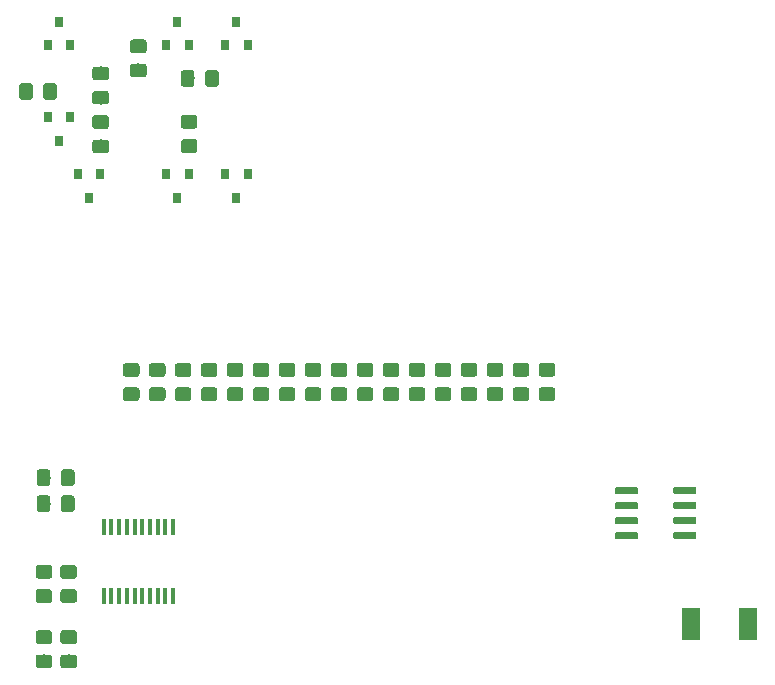
<source format=gbr>
G04 #@! TF.GenerationSoftware,KiCad,Pcbnew,(5.1.4)-1*
G04 #@! TF.CreationDate,2020-06-16T20:45:49+02:00*
G04 #@! TF.ProjectId,8x5matrixDisplay,3878356d-6174-4726-9978-446973706c61,rev?*
G04 #@! TF.SameCoordinates,Original*
G04 #@! TF.FileFunction,Paste,Top*
G04 #@! TF.FilePolarity,Positive*
%FSLAX46Y46*%
G04 Gerber Fmt 4.6, Leading zero omitted, Abs format (unit mm)*
G04 Created by KiCad (PCBNEW (5.1.4)-1) date 2020-06-16 20:45:49*
%MOMM*%
%LPD*%
G04 APERTURE LIST*
%ADD10C,0.100000*%
%ADD11C,1.150000*%
%ADD12R,0.800000X0.900000*%
%ADD13C,0.600000*%
%ADD14R,0.450000X1.450000*%
%ADD15R,1.500000X2.700000*%
G04 APERTURE END LIST*
D10*
G36*
X131874505Y-107401204D02*
G01*
X131898773Y-107404804D01*
X131922572Y-107410765D01*
X131945671Y-107419030D01*
X131967850Y-107429520D01*
X131988893Y-107442132D01*
X132008599Y-107456747D01*
X132026777Y-107473223D01*
X132043253Y-107491401D01*
X132057868Y-107511107D01*
X132070480Y-107532150D01*
X132080970Y-107554329D01*
X132089235Y-107577428D01*
X132095196Y-107601227D01*
X132098796Y-107625495D01*
X132100000Y-107649999D01*
X132100000Y-108300001D01*
X132098796Y-108324505D01*
X132095196Y-108348773D01*
X132089235Y-108372572D01*
X132080970Y-108395671D01*
X132070480Y-108417850D01*
X132057868Y-108438893D01*
X132043253Y-108458599D01*
X132026777Y-108476777D01*
X132008599Y-108493253D01*
X131988893Y-108507868D01*
X131967850Y-108520480D01*
X131945671Y-108530970D01*
X131922572Y-108539235D01*
X131898773Y-108545196D01*
X131874505Y-108548796D01*
X131850001Y-108550000D01*
X130949999Y-108550000D01*
X130925495Y-108548796D01*
X130901227Y-108545196D01*
X130877428Y-108539235D01*
X130854329Y-108530970D01*
X130832150Y-108520480D01*
X130811107Y-108507868D01*
X130791401Y-108493253D01*
X130773223Y-108476777D01*
X130756747Y-108458599D01*
X130742132Y-108438893D01*
X130729520Y-108417850D01*
X130719030Y-108395671D01*
X130710765Y-108372572D01*
X130704804Y-108348773D01*
X130701204Y-108324505D01*
X130700000Y-108300001D01*
X130700000Y-107649999D01*
X130701204Y-107625495D01*
X130704804Y-107601227D01*
X130710765Y-107577428D01*
X130719030Y-107554329D01*
X130729520Y-107532150D01*
X130742132Y-107511107D01*
X130756747Y-107491401D01*
X130773223Y-107473223D01*
X130791401Y-107456747D01*
X130811107Y-107442132D01*
X130832150Y-107429520D01*
X130854329Y-107419030D01*
X130877428Y-107410765D01*
X130901227Y-107404804D01*
X130925495Y-107401204D01*
X130949999Y-107400000D01*
X131850001Y-107400000D01*
X131874505Y-107401204D01*
X131874505Y-107401204D01*
G37*
D11*
X131400000Y-107975000D03*
D10*
G36*
X131874505Y-109451204D02*
G01*
X131898773Y-109454804D01*
X131922572Y-109460765D01*
X131945671Y-109469030D01*
X131967850Y-109479520D01*
X131988893Y-109492132D01*
X132008599Y-109506747D01*
X132026777Y-109523223D01*
X132043253Y-109541401D01*
X132057868Y-109561107D01*
X132070480Y-109582150D01*
X132080970Y-109604329D01*
X132089235Y-109627428D01*
X132095196Y-109651227D01*
X132098796Y-109675495D01*
X132100000Y-109699999D01*
X132100000Y-110350001D01*
X132098796Y-110374505D01*
X132095196Y-110398773D01*
X132089235Y-110422572D01*
X132080970Y-110445671D01*
X132070480Y-110467850D01*
X132057868Y-110488893D01*
X132043253Y-110508599D01*
X132026777Y-110526777D01*
X132008599Y-110543253D01*
X131988893Y-110557868D01*
X131967850Y-110570480D01*
X131945671Y-110580970D01*
X131922572Y-110589235D01*
X131898773Y-110595196D01*
X131874505Y-110598796D01*
X131850001Y-110600000D01*
X130949999Y-110600000D01*
X130925495Y-110598796D01*
X130901227Y-110595196D01*
X130877428Y-110589235D01*
X130854329Y-110580970D01*
X130832150Y-110570480D01*
X130811107Y-110557868D01*
X130791401Y-110543253D01*
X130773223Y-110526777D01*
X130756747Y-110508599D01*
X130742132Y-110488893D01*
X130729520Y-110467850D01*
X130719030Y-110445671D01*
X130710765Y-110422572D01*
X130704804Y-110398773D01*
X130701204Y-110374505D01*
X130700000Y-110350001D01*
X130700000Y-109699999D01*
X130701204Y-109675495D01*
X130704804Y-109651227D01*
X130710765Y-109627428D01*
X130719030Y-109604329D01*
X130729520Y-109582150D01*
X130742132Y-109561107D01*
X130756747Y-109541401D01*
X130773223Y-109523223D01*
X130791401Y-109506747D01*
X130811107Y-109492132D01*
X130832150Y-109479520D01*
X130854329Y-109469030D01*
X130877428Y-109460765D01*
X130901227Y-109454804D01*
X130925495Y-109451204D01*
X130949999Y-109450000D01*
X131850001Y-109450000D01*
X131874505Y-109451204D01*
X131874505Y-109451204D01*
G37*
D11*
X131400000Y-110025000D03*
D10*
G36*
X131874505Y-112926204D02*
G01*
X131898773Y-112929804D01*
X131922572Y-112935765D01*
X131945671Y-112944030D01*
X131967850Y-112954520D01*
X131988893Y-112967132D01*
X132008599Y-112981747D01*
X132026777Y-112998223D01*
X132043253Y-113016401D01*
X132057868Y-113036107D01*
X132070480Y-113057150D01*
X132080970Y-113079329D01*
X132089235Y-113102428D01*
X132095196Y-113126227D01*
X132098796Y-113150495D01*
X132100000Y-113174999D01*
X132100000Y-113825001D01*
X132098796Y-113849505D01*
X132095196Y-113873773D01*
X132089235Y-113897572D01*
X132080970Y-113920671D01*
X132070480Y-113942850D01*
X132057868Y-113963893D01*
X132043253Y-113983599D01*
X132026777Y-114001777D01*
X132008599Y-114018253D01*
X131988893Y-114032868D01*
X131967850Y-114045480D01*
X131945671Y-114055970D01*
X131922572Y-114064235D01*
X131898773Y-114070196D01*
X131874505Y-114073796D01*
X131850001Y-114075000D01*
X130949999Y-114075000D01*
X130925495Y-114073796D01*
X130901227Y-114070196D01*
X130877428Y-114064235D01*
X130854329Y-114055970D01*
X130832150Y-114045480D01*
X130811107Y-114032868D01*
X130791401Y-114018253D01*
X130773223Y-114001777D01*
X130756747Y-113983599D01*
X130742132Y-113963893D01*
X130729520Y-113942850D01*
X130719030Y-113920671D01*
X130710765Y-113897572D01*
X130704804Y-113873773D01*
X130701204Y-113849505D01*
X130700000Y-113825001D01*
X130700000Y-113174999D01*
X130701204Y-113150495D01*
X130704804Y-113126227D01*
X130710765Y-113102428D01*
X130719030Y-113079329D01*
X130729520Y-113057150D01*
X130742132Y-113036107D01*
X130756747Y-113016401D01*
X130773223Y-112998223D01*
X130791401Y-112981747D01*
X130811107Y-112967132D01*
X130832150Y-112954520D01*
X130854329Y-112944030D01*
X130877428Y-112935765D01*
X130901227Y-112929804D01*
X130925495Y-112926204D01*
X130949999Y-112925000D01*
X131850001Y-112925000D01*
X131874505Y-112926204D01*
X131874505Y-112926204D01*
G37*
D11*
X131400000Y-113500000D03*
D10*
G36*
X131874505Y-114976204D02*
G01*
X131898773Y-114979804D01*
X131922572Y-114985765D01*
X131945671Y-114994030D01*
X131967850Y-115004520D01*
X131988893Y-115017132D01*
X132008599Y-115031747D01*
X132026777Y-115048223D01*
X132043253Y-115066401D01*
X132057868Y-115086107D01*
X132070480Y-115107150D01*
X132080970Y-115129329D01*
X132089235Y-115152428D01*
X132095196Y-115176227D01*
X132098796Y-115200495D01*
X132100000Y-115224999D01*
X132100000Y-115875001D01*
X132098796Y-115899505D01*
X132095196Y-115923773D01*
X132089235Y-115947572D01*
X132080970Y-115970671D01*
X132070480Y-115992850D01*
X132057868Y-116013893D01*
X132043253Y-116033599D01*
X132026777Y-116051777D01*
X132008599Y-116068253D01*
X131988893Y-116082868D01*
X131967850Y-116095480D01*
X131945671Y-116105970D01*
X131922572Y-116114235D01*
X131898773Y-116120196D01*
X131874505Y-116123796D01*
X131850001Y-116125000D01*
X130949999Y-116125000D01*
X130925495Y-116123796D01*
X130901227Y-116120196D01*
X130877428Y-116114235D01*
X130854329Y-116105970D01*
X130832150Y-116095480D01*
X130811107Y-116082868D01*
X130791401Y-116068253D01*
X130773223Y-116051777D01*
X130756747Y-116033599D01*
X130742132Y-116013893D01*
X130729520Y-115992850D01*
X130719030Y-115970671D01*
X130710765Y-115947572D01*
X130704804Y-115923773D01*
X130701204Y-115899505D01*
X130700000Y-115875001D01*
X130700000Y-115224999D01*
X130701204Y-115200495D01*
X130704804Y-115176227D01*
X130710765Y-115152428D01*
X130719030Y-115129329D01*
X130729520Y-115107150D01*
X130742132Y-115086107D01*
X130756747Y-115066401D01*
X130773223Y-115048223D01*
X130791401Y-115031747D01*
X130811107Y-115017132D01*
X130832150Y-115004520D01*
X130854329Y-114994030D01*
X130877428Y-114985765D01*
X130901227Y-114979804D01*
X130925495Y-114976204D01*
X130949999Y-114975000D01*
X131850001Y-114975000D01*
X131874505Y-114976204D01*
X131874505Y-114976204D01*
G37*
D11*
X131400000Y-115550000D03*
D10*
G36*
X131674505Y-101501204D02*
G01*
X131698773Y-101504804D01*
X131722572Y-101510765D01*
X131745671Y-101519030D01*
X131767850Y-101529520D01*
X131788893Y-101542132D01*
X131808599Y-101556747D01*
X131826777Y-101573223D01*
X131843253Y-101591401D01*
X131857868Y-101611107D01*
X131870480Y-101632150D01*
X131880970Y-101654329D01*
X131889235Y-101677428D01*
X131895196Y-101701227D01*
X131898796Y-101725495D01*
X131900000Y-101749999D01*
X131900000Y-102650001D01*
X131898796Y-102674505D01*
X131895196Y-102698773D01*
X131889235Y-102722572D01*
X131880970Y-102745671D01*
X131870480Y-102767850D01*
X131857868Y-102788893D01*
X131843253Y-102808599D01*
X131826777Y-102826777D01*
X131808599Y-102843253D01*
X131788893Y-102857868D01*
X131767850Y-102870480D01*
X131745671Y-102880970D01*
X131722572Y-102889235D01*
X131698773Y-102895196D01*
X131674505Y-102898796D01*
X131650001Y-102900000D01*
X130999999Y-102900000D01*
X130975495Y-102898796D01*
X130951227Y-102895196D01*
X130927428Y-102889235D01*
X130904329Y-102880970D01*
X130882150Y-102870480D01*
X130861107Y-102857868D01*
X130841401Y-102843253D01*
X130823223Y-102826777D01*
X130806747Y-102808599D01*
X130792132Y-102788893D01*
X130779520Y-102767850D01*
X130769030Y-102745671D01*
X130760765Y-102722572D01*
X130754804Y-102698773D01*
X130751204Y-102674505D01*
X130750000Y-102650001D01*
X130750000Y-101749999D01*
X130751204Y-101725495D01*
X130754804Y-101701227D01*
X130760765Y-101677428D01*
X130769030Y-101654329D01*
X130779520Y-101632150D01*
X130792132Y-101611107D01*
X130806747Y-101591401D01*
X130823223Y-101573223D01*
X130841401Y-101556747D01*
X130861107Y-101542132D01*
X130882150Y-101529520D01*
X130904329Y-101519030D01*
X130927428Y-101510765D01*
X130951227Y-101504804D01*
X130975495Y-101501204D01*
X130999999Y-101500000D01*
X131650001Y-101500000D01*
X131674505Y-101501204D01*
X131674505Y-101501204D01*
G37*
D11*
X131325000Y-102200000D03*
D10*
G36*
X129624505Y-101501204D02*
G01*
X129648773Y-101504804D01*
X129672572Y-101510765D01*
X129695671Y-101519030D01*
X129717850Y-101529520D01*
X129738893Y-101542132D01*
X129758599Y-101556747D01*
X129776777Y-101573223D01*
X129793253Y-101591401D01*
X129807868Y-101611107D01*
X129820480Y-101632150D01*
X129830970Y-101654329D01*
X129839235Y-101677428D01*
X129845196Y-101701227D01*
X129848796Y-101725495D01*
X129850000Y-101749999D01*
X129850000Y-102650001D01*
X129848796Y-102674505D01*
X129845196Y-102698773D01*
X129839235Y-102722572D01*
X129830970Y-102745671D01*
X129820480Y-102767850D01*
X129807868Y-102788893D01*
X129793253Y-102808599D01*
X129776777Y-102826777D01*
X129758599Y-102843253D01*
X129738893Y-102857868D01*
X129717850Y-102870480D01*
X129695671Y-102880970D01*
X129672572Y-102889235D01*
X129648773Y-102895196D01*
X129624505Y-102898796D01*
X129600001Y-102900000D01*
X128949999Y-102900000D01*
X128925495Y-102898796D01*
X128901227Y-102895196D01*
X128877428Y-102889235D01*
X128854329Y-102880970D01*
X128832150Y-102870480D01*
X128811107Y-102857868D01*
X128791401Y-102843253D01*
X128773223Y-102826777D01*
X128756747Y-102808599D01*
X128742132Y-102788893D01*
X128729520Y-102767850D01*
X128719030Y-102745671D01*
X128710765Y-102722572D01*
X128704804Y-102698773D01*
X128701204Y-102674505D01*
X128700000Y-102650001D01*
X128700000Y-101749999D01*
X128701204Y-101725495D01*
X128704804Y-101701227D01*
X128710765Y-101677428D01*
X128719030Y-101654329D01*
X128729520Y-101632150D01*
X128742132Y-101611107D01*
X128756747Y-101591401D01*
X128773223Y-101573223D01*
X128791401Y-101556747D01*
X128811107Y-101542132D01*
X128832150Y-101529520D01*
X128854329Y-101519030D01*
X128877428Y-101510765D01*
X128901227Y-101504804D01*
X128925495Y-101501204D01*
X128949999Y-101500000D01*
X129600001Y-101500000D01*
X129624505Y-101501204D01*
X129624505Y-101501204D01*
G37*
D11*
X129275000Y-102200000D03*
D12*
X133100000Y-76300000D03*
X132150000Y-74300000D03*
X134050000Y-74300000D03*
X146550000Y-74300000D03*
X144650000Y-74300000D03*
X145600000Y-76300000D03*
X130600000Y-71500000D03*
X129650000Y-69500000D03*
X131550000Y-69500000D03*
X141550000Y-74300000D03*
X139650000Y-74300000D03*
X140600000Y-76300000D03*
X144650000Y-63400000D03*
X146550000Y-63400000D03*
X145600000Y-61400000D03*
X130600000Y-61400000D03*
X131550000Y-63400000D03*
X129650000Y-63400000D03*
X139650000Y-63400000D03*
X141550000Y-63400000D03*
X140600000Y-61400000D03*
D10*
G36*
X129774505Y-109451204D02*
G01*
X129798773Y-109454804D01*
X129822572Y-109460765D01*
X129845671Y-109469030D01*
X129867850Y-109479520D01*
X129888893Y-109492132D01*
X129908599Y-109506747D01*
X129926777Y-109523223D01*
X129943253Y-109541401D01*
X129957868Y-109561107D01*
X129970480Y-109582150D01*
X129980970Y-109604329D01*
X129989235Y-109627428D01*
X129995196Y-109651227D01*
X129998796Y-109675495D01*
X130000000Y-109699999D01*
X130000000Y-110350001D01*
X129998796Y-110374505D01*
X129995196Y-110398773D01*
X129989235Y-110422572D01*
X129980970Y-110445671D01*
X129970480Y-110467850D01*
X129957868Y-110488893D01*
X129943253Y-110508599D01*
X129926777Y-110526777D01*
X129908599Y-110543253D01*
X129888893Y-110557868D01*
X129867850Y-110570480D01*
X129845671Y-110580970D01*
X129822572Y-110589235D01*
X129798773Y-110595196D01*
X129774505Y-110598796D01*
X129750001Y-110600000D01*
X128849999Y-110600000D01*
X128825495Y-110598796D01*
X128801227Y-110595196D01*
X128777428Y-110589235D01*
X128754329Y-110580970D01*
X128732150Y-110570480D01*
X128711107Y-110557868D01*
X128691401Y-110543253D01*
X128673223Y-110526777D01*
X128656747Y-110508599D01*
X128642132Y-110488893D01*
X128629520Y-110467850D01*
X128619030Y-110445671D01*
X128610765Y-110422572D01*
X128604804Y-110398773D01*
X128601204Y-110374505D01*
X128600000Y-110350001D01*
X128600000Y-109699999D01*
X128601204Y-109675495D01*
X128604804Y-109651227D01*
X128610765Y-109627428D01*
X128619030Y-109604329D01*
X128629520Y-109582150D01*
X128642132Y-109561107D01*
X128656747Y-109541401D01*
X128673223Y-109523223D01*
X128691401Y-109506747D01*
X128711107Y-109492132D01*
X128732150Y-109479520D01*
X128754329Y-109469030D01*
X128777428Y-109460765D01*
X128801227Y-109454804D01*
X128825495Y-109451204D01*
X128849999Y-109450000D01*
X129750001Y-109450000D01*
X129774505Y-109451204D01*
X129774505Y-109451204D01*
G37*
D11*
X129300000Y-110025000D03*
D10*
G36*
X129774505Y-107401204D02*
G01*
X129798773Y-107404804D01*
X129822572Y-107410765D01*
X129845671Y-107419030D01*
X129867850Y-107429520D01*
X129888893Y-107442132D01*
X129908599Y-107456747D01*
X129926777Y-107473223D01*
X129943253Y-107491401D01*
X129957868Y-107511107D01*
X129970480Y-107532150D01*
X129980970Y-107554329D01*
X129989235Y-107577428D01*
X129995196Y-107601227D01*
X129998796Y-107625495D01*
X130000000Y-107649999D01*
X130000000Y-108300001D01*
X129998796Y-108324505D01*
X129995196Y-108348773D01*
X129989235Y-108372572D01*
X129980970Y-108395671D01*
X129970480Y-108417850D01*
X129957868Y-108438893D01*
X129943253Y-108458599D01*
X129926777Y-108476777D01*
X129908599Y-108493253D01*
X129888893Y-108507868D01*
X129867850Y-108520480D01*
X129845671Y-108530970D01*
X129822572Y-108539235D01*
X129798773Y-108545196D01*
X129774505Y-108548796D01*
X129750001Y-108550000D01*
X128849999Y-108550000D01*
X128825495Y-108548796D01*
X128801227Y-108545196D01*
X128777428Y-108539235D01*
X128754329Y-108530970D01*
X128732150Y-108520480D01*
X128711107Y-108507868D01*
X128691401Y-108493253D01*
X128673223Y-108476777D01*
X128656747Y-108458599D01*
X128642132Y-108438893D01*
X128629520Y-108417850D01*
X128619030Y-108395671D01*
X128610765Y-108372572D01*
X128604804Y-108348773D01*
X128601204Y-108324505D01*
X128600000Y-108300001D01*
X128600000Y-107649999D01*
X128601204Y-107625495D01*
X128604804Y-107601227D01*
X128610765Y-107577428D01*
X128619030Y-107554329D01*
X128629520Y-107532150D01*
X128642132Y-107511107D01*
X128656747Y-107491401D01*
X128673223Y-107473223D01*
X128691401Y-107456747D01*
X128711107Y-107442132D01*
X128732150Y-107429520D01*
X128754329Y-107419030D01*
X128777428Y-107410765D01*
X128801227Y-107404804D01*
X128825495Y-107401204D01*
X128849999Y-107400000D01*
X129750001Y-107400000D01*
X129774505Y-107401204D01*
X129774505Y-107401204D01*
G37*
D11*
X129300000Y-107975000D03*
D10*
G36*
X129774505Y-114976204D02*
G01*
X129798773Y-114979804D01*
X129822572Y-114985765D01*
X129845671Y-114994030D01*
X129867850Y-115004520D01*
X129888893Y-115017132D01*
X129908599Y-115031747D01*
X129926777Y-115048223D01*
X129943253Y-115066401D01*
X129957868Y-115086107D01*
X129970480Y-115107150D01*
X129980970Y-115129329D01*
X129989235Y-115152428D01*
X129995196Y-115176227D01*
X129998796Y-115200495D01*
X130000000Y-115224999D01*
X130000000Y-115875001D01*
X129998796Y-115899505D01*
X129995196Y-115923773D01*
X129989235Y-115947572D01*
X129980970Y-115970671D01*
X129970480Y-115992850D01*
X129957868Y-116013893D01*
X129943253Y-116033599D01*
X129926777Y-116051777D01*
X129908599Y-116068253D01*
X129888893Y-116082868D01*
X129867850Y-116095480D01*
X129845671Y-116105970D01*
X129822572Y-116114235D01*
X129798773Y-116120196D01*
X129774505Y-116123796D01*
X129750001Y-116125000D01*
X128849999Y-116125000D01*
X128825495Y-116123796D01*
X128801227Y-116120196D01*
X128777428Y-116114235D01*
X128754329Y-116105970D01*
X128732150Y-116095480D01*
X128711107Y-116082868D01*
X128691401Y-116068253D01*
X128673223Y-116051777D01*
X128656747Y-116033599D01*
X128642132Y-116013893D01*
X128629520Y-115992850D01*
X128619030Y-115970671D01*
X128610765Y-115947572D01*
X128604804Y-115923773D01*
X128601204Y-115899505D01*
X128600000Y-115875001D01*
X128600000Y-115224999D01*
X128601204Y-115200495D01*
X128604804Y-115176227D01*
X128610765Y-115152428D01*
X128619030Y-115129329D01*
X128629520Y-115107150D01*
X128642132Y-115086107D01*
X128656747Y-115066401D01*
X128673223Y-115048223D01*
X128691401Y-115031747D01*
X128711107Y-115017132D01*
X128732150Y-115004520D01*
X128754329Y-114994030D01*
X128777428Y-114985765D01*
X128801227Y-114979804D01*
X128825495Y-114976204D01*
X128849999Y-114975000D01*
X129750001Y-114975000D01*
X129774505Y-114976204D01*
X129774505Y-114976204D01*
G37*
D11*
X129300000Y-115550000D03*
D10*
G36*
X129774505Y-112926204D02*
G01*
X129798773Y-112929804D01*
X129822572Y-112935765D01*
X129845671Y-112944030D01*
X129867850Y-112954520D01*
X129888893Y-112967132D01*
X129908599Y-112981747D01*
X129926777Y-112998223D01*
X129943253Y-113016401D01*
X129957868Y-113036107D01*
X129970480Y-113057150D01*
X129980970Y-113079329D01*
X129989235Y-113102428D01*
X129995196Y-113126227D01*
X129998796Y-113150495D01*
X130000000Y-113174999D01*
X130000000Y-113825001D01*
X129998796Y-113849505D01*
X129995196Y-113873773D01*
X129989235Y-113897572D01*
X129980970Y-113920671D01*
X129970480Y-113942850D01*
X129957868Y-113963893D01*
X129943253Y-113983599D01*
X129926777Y-114001777D01*
X129908599Y-114018253D01*
X129888893Y-114032868D01*
X129867850Y-114045480D01*
X129845671Y-114055970D01*
X129822572Y-114064235D01*
X129798773Y-114070196D01*
X129774505Y-114073796D01*
X129750001Y-114075000D01*
X128849999Y-114075000D01*
X128825495Y-114073796D01*
X128801227Y-114070196D01*
X128777428Y-114064235D01*
X128754329Y-114055970D01*
X128732150Y-114045480D01*
X128711107Y-114032868D01*
X128691401Y-114018253D01*
X128673223Y-114001777D01*
X128656747Y-113983599D01*
X128642132Y-113963893D01*
X128629520Y-113942850D01*
X128619030Y-113920671D01*
X128610765Y-113897572D01*
X128604804Y-113873773D01*
X128601204Y-113849505D01*
X128600000Y-113825001D01*
X128600000Y-113174999D01*
X128601204Y-113150495D01*
X128604804Y-113126227D01*
X128610765Y-113102428D01*
X128619030Y-113079329D01*
X128629520Y-113057150D01*
X128642132Y-113036107D01*
X128656747Y-113016401D01*
X128673223Y-112998223D01*
X128691401Y-112981747D01*
X128711107Y-112967132D01*
X128732150Y-112954520D01*
X128754329Y-112944030D01*
X128777428Y-112935765D01*
X128801227Y-112929804D01*
X128825495Y-112926204D01*
X128849999Y-112925000D01*
X129750001Y-112925000D01*
X129774505Y-112926204D01*
X129774505Y-112926204D01*
G37*
D11*
X129300000Y-113500000D03*
D10*
G36*
X131674505Y-99301204D02*
G01*
X131698773Y-99304804D01*
X131722572Y-99310765D01*
X131745671Y-99319030D01*
X131767850Y-99329520D01*
X131788893Y-99342132D01*
X131808599Y-99356747D01*
X131826777Y-99373223D01*
X131843253Y-99391401D01*
X131857868Y-99411107D01*
X131870480Y-99432150D01*
X131880970Y-99454329D01*
X131889235Y-99477428D01*
X131895196Y-99501227D01*
X131898796Y-99525495D01*
X131900000Y-99549999D01*
X131900000Y-100450001D01*
X131898796Y-100474505D01*
X131895196Y-100498773D01*
X131889235Y-100522572D01*
X131880970Y-100545671D01*
X131870480Y-100567850D01*
X131857868Y-100588893D01*
X131843253Y-100608599D01*
X131826777Y-100626777D01*
X131808599Y-100643253D01*
X131788893Y-100657868D01*
X131767850Y-100670480D01*
X131745671Y-100680970D01*
X131722572Y-100689235D01*
X131698773Y-100695196D01*
X131674505Y-100698796D01*
X131650001Y-100700000D01*
X130999999Y-100700000D01*
X130975495Y-100698796D01*
X130951227Y-100695196D01*
X130927428Y-100689235D01*
X130904329Y-100680970D01*
X130882150Y-100670480D01*
X130861107Y-100657868D01*
X130841401Y-100643253D01*
X130823223Y-100626777D01*
X130806747Y-100608599D01*
X130792132Y-100588893D01*
X130779520Y-100567850D01*
X130769030Y-100545671D01*
X130760765Y-100522572D01*
X130754804Y-100498773D01*
X130751204Y-100474505D01*
X130750000Y-100450001D01*
X130750000Y-99549999D01*
X130751204Y-99525495D01*
X130754804Y-99501227D01*
X130760765Y-99477428D01*
X130769030Y-99454329D01*
X130779520Y-99432150D01*
X130792132Y-99411107D01*
X130806747Y-99391401D01*
X130823223Y-99373223D01*
X130841401Y-99356747D01*
X130861107Y-99342132D01*
X130882150Y-99329520D01*
X130904329Y-99319030D01*
X130927428Y-99310765D01*
X130951227Y-99304804D01*
X130975495Y-99301204D01*
X130999999Y-99300000D01*
X131650001Y-99300000D01*
X131674505Y-99301204D01*
X131674505Y-99301204D01*
G37*
D11*
X131325000Y-100000000D03*
D10*
G36*
X129624505Y-99301204D02*
G01*
X129648773Y-99304804D01*
X129672572Y-99310765D01*
X129695671Y-99319030D01*
X129717850Y-99329520D01*
X129738893Y-99342132D01*
X129758599Y-99356747D01*
X129776777Y-99373223D01*
X129793253Y-99391401D01*
X129807868Y-99411107D01*
X129820480Y-99432150D01*
X129830970Y-99454329D01*
X129839235Y-99477428D01*
X129845196Y-99501227D01*
X129848796Y-99525495D01*
X129850000Y-99549999D01*
X129850000Y-100450001D01*
X129848796Y-100474505D01*
X129845196Y-100498773D01*
X129839235Y-100522572D01*
X129830970Y-100545671D01*
X129820480Y-100567850D01*
X129807868Y-100588893D01*
X129793253Y-100608599D01*
X129776777Y-100626777D01*
X129758599Y-100643253D01*
X129738893Y-100657868D01*
X129717850Y-100670480D01*
X129695671Y-100680970D01*
X129672572Y-100689235D01*
X129648773Y-100695196D01*
X129624505Y-100698796D01*
X129600001Y-100700000D01*
X128949999Y-100700000D01*
X128925495Y-100698796D01*
X128901227Y-100695196D01*
X128877428Y-100689235D01*
X128854329Y-100680970D01*
X128832150Y-100670480D01*
X128811107Y-100657868D01*
X128791401Y-100643253D01*
X128773223Y-100626777D01*
X128756747Y-100608599D01*
X128742132Y-100588893D01*
X128729520Y-100567850D01*
X128719030Y-100545671D01*
X128710765Y-100522572D01*
X128704804Y-100498773D01*
X128701204Y-100474505D01*
X128700000Y-100450001D01*
X128700000Y-99549999D01*
X128701204Y-99525495D01*
X128704804Y-99501227D01*
X128710765Y-99477428D01*
X128719030Y-99454329D01*
X128729520Y-99432150D01*
X128742132Y-99411107D01*
X128756747Y-99391401D01*
X128773223Y-99373223D01*
X128791401Y-99356747D01*
X128811107Y-99342132D01*
X128832150Y-99329520D01*
X128854329Y-99319030D01*
X128877428Y-99310765D01*
X128901227Y-99304804D01*
X128925495Y-99301204D01*
X128949999Y-99300000D01*
X129600001Y-99300000D01*
X129624505Y-99301204D01*
X129624505Y-99301204D01*
G37*
D11*
X129275000Y-100000000D03*
D10*
G36*
X137174505Y-90301204D02*
G01*
X137198773Y-90304804D01*
X137222572Y-90310765D01*
X137245671Y-90319030D01*
X137267850Y-90329520D01*
X137288893Y-90342132D01*
X137308599Y-90356747D01*
X137326777Y-90373223D01*
X137343253Y-90391401D01*
X137357868Y-90411107D01*
X137370480Y-90432150D01*
X137380970Y-90454329D01*
X137389235Y-90477428D01*
X137395196Y-90501227D01*
X137398796Y-90525495D01*
X137400000Y-90549999D01*
X137400000Y-91200001D01*
X137398796Y-91224505D01*
X137395196Y-91248773D01*
X137389235Y-91272572D01*
X137380970Y-91295671D01*
X137370480Y-91317850D01*
X137357868Y-91338893D01*
X137343253Y-91358599D01*
X137326777Y-91376777D01*
X137308599Y-91393253D01*
X137288893Y-91407868D01*
X137267850Y-91420480D01*
X137245671Y-91430970D01*
X137222572Y-91439235D01*
X137198773Y-91445196D01*
X137174505Y-91448796D01*
X137150001Y-91450000D01*
X136249999Y-91450000D01*
X136225495Y-91448796D01*
X136201227Y-91445196D01*
X136177428Y-91439235D01*
X136154329Y-91430970D01*
X136132150Y-91420480D01*
X136111107Y-91407868D01*
X136091401Y-91393253D01*
X136073223Y-91376777D01*
X136056747Y-91358599D01*
X136042132Y-91338893D01*
X136029520Y-91317850D01*
X136019030Y-91295671D01*
X136010765Y-91272572D01*
X136004804Y-91248773D01*
X136001204Y-91224505D01*
X136000000Y-91200001D01*
X136000000Y-90549999D01*
X136001204Y-90525495D01*
X136004804Y-90501227D01*
X136010765Y-90477428D01*
X136019030Y-90454329D01*
X136029520Y-90432150D01*
X136042132Y-90411107D01*
X136056747Y-90391401D01*
X136073223Y-90373223D01*
X136091401Y-90356747D01*
X136111107Y-90342132D01*
X136132150Y-90329520D01*
X136154329Y-90319030D01*
X136177428Y-90310765D01*
X136201227Y-90304804D01*
X136225495Y-90301204D01*
X136249999Y-90300000D01*
X137150001Y-90300000D01*
X137174505Y-90301204D01*
X137174505Y-90301204D01*
G37*
D11*
X136700000Y-90875000D03*
D10*
G36*
X137174505Y-92351204D02*
G01*
X137198773Y-92354804D01*
X137222572Y-92360765D01*
X137245671Y-92369030D01*
X137267850Y-92379520D01*
X137288893Y-92392132D01*
X137308599Y-92406747D01*
X137326777Y-92423223D01*
X137343253Y-92441401D01*
X137357868Y-92461107D01*
X137370480Y-92482150D01*
X137380970Y-92504329D01*
X137389235Y-92527428D01*
X137395196Y-92551227D01*
X137398796Y-92575495D01*
X137400000Y-92599999D01*
X137400000Y-93250001D01*
X137398796Y-93274505D01*
X137395196Y-93298773D01*
X137389235Y-93322572D01*
X137380970Y-93345671D01*
X137370480Y-93367850D01*
X137357868Y-93388893D01*
X137343253Y-93408599D01*
X137326777Y-93426777D01*
X137308599Y-93443253D01*
X137288893Y-93457868D01*
X137267850Y-93470480D01*
X137245671Y-93480970D01*
X137222572Y-93489235D01*
X137198773Y-93495196D01*
X137174505Y-93498796D01*
X137150001Y-93500000D01*
X136249999Y-93500000D01*
X136225495Y-93498796D01*
X136201227Y-93495196D01*
X136177428Y-93489235D01*
X136154329Y-93480970D01*
X136132150Y-93470480D01*
X136111107Y-93457868D01*
X136091401Y-93443253D01*
X136073223Y-93426777D01*
X136056747Y-93408599D01*
X136042132Y-93388893D01*
X136029520Y-93367850D01*
X136019030Y-93345671D01*
X136010765Y-93322572D01*
X136004804Y-93298773D01*
X136001204Y-93274505D01*
X136000000Y-93250001D01*
X136000000Y-92599999D01*
X136001204Y-92575495D01*
X136004804Y-92551227D01*
X136010765Y-92527428D01*
X136019030Y-92504329D01*
X136029520Y-92482150D01*
X136042132Y-92461107D01*
X136056747Y-92441401D01*
X136073223Y-92423223D01*
X136091401Y-92406747D01*
X136111107Y-92392132D01*
X136132150Y-92379520D01*
X136154329Y-92369030D01*
X136177428Y-92360765D01*
X136201227Y-92354804D01*
X136225495Y-92351204D01*
X136249999Y-92350000D01*
X137150001Y-92350000D01*
X137174505Y-92351204D01*
X137174505Y-92351204D01*
G37*
D11*
X136700000Y-92925000D03*
D10*
G36*
X134574505Y-69326204D02*
G01*
X134598773Y-69329804D01*
X134622572Y-69335765D01*
X134645671Y-69344030D01*
X134667850Y-69354520D01*
X134688893Y-69367132D01*
X134708599Y-69381747D01*
X134726777Y-69398223D01*
X134743253Y-69416401D01*
X134757868Y-69436107D01*
X134770480Y-69457150D01*
X134780970Y-69479329D01*
X134789235Y-69502428D01*
X134795196Y-69526227D01*
X134798796Y-69550495D01*
X134800000Y-69574999D01*
X134800000Y-70225001D01*
X134798796Y-70249505D01*
X134795196Y-70273773D01*
X134789235Y-70297572D01*
X134780970Y-70320671D01*
X134770480Y-70342850D01*
X134757868Y-70363893D01*
X134743253Y-70383599D01*
X134726777Y-70401777D01*
X134708599Y-70418253D01*
X134688893Y-70432868D01*
X134667850Y-70445480D01*
X134645671Y-70455970D01*
X134622572Y-70464235D01*
X134598773Y-70470196D01*
X134574505Y-70473796D01*
X134550001Y-70475000D01*
X133649999Y-70475000D01*
X133625495Y-70473796D01*
X133601227Y-70470196D01*
X133577428Y-70464235D01*
X133554329Y-70455970D01*
X133532150Y-70445480D01*
X133511107Y-70432868D01*
X133491401Y-70418253D01*
X133473223Y-70401777D01*
X133456747Y-70383599D01*
X133442132Y-70363893D01*
X133429520Y-70342850D01*
X133419030Y-70320671D01*
X133410765Y-70297572D01*
X133404804Y-70273773D01*
X133401204Y-70249505D01*
X133400000Y-70225001D01*
X133400000Y-69574999D01*
X133401204Y-69550495D01*
X133404804Y-69526227D01*
X133410765Y-69502428D01*
X133419030Y-69479329D01*
X133429520Y-69457150D01*
X133442132Y-69436107D01*
X133456747Y-69416401D01*
X133473223Y-69398223D01*
X133491401Y-69381747D01*
X133511107Y-69367132D01*
X133532150Y-69354520D01*
X133554329Y-69344030D01*
X133577428Y-69335765D01*
X133601227Y-69329804D01*
X133625495Y-69326204D01*
X133649999Y-69325000D01*
X134550001Y-69325000D01*
X134574505Y-69326204D01*
X134574505Y-69326204D01*
G37*
D11*
X134100000Y-69900000D03*
D10*
G36*
X134574505Y-71376204D02*
G01*
X134598773Y-71379804D01*
X134622572Y-71385765D01*
X134645671Y-71394030D01*
X134667850Y-71404520D01*
X134688893Y-71417132D01*
X134708599Y-71431747D01*
X134726777Y-71448223D01*
X134743253Y-71466401D01*
X134757868Y-71486107D01*
X134770480Y-71507150D01*
X134780970Y-71529329D01*
X134789235Y-71552428D01*
X134795196Y-71576227D01*
X134798796Y-71600495D01*
X134800000Y-71624999D01*
X134800000Y-72275001D01*
X134798796Y-72299505D01*
X134795196Y-72323773D01*
X134789235Y-72347572D01*
X134780970Y-72370671D01*
X134770480Y-72392850D01*
X134757868Y-72413893D01*
X134743253Y-72433599D01*
X134726777Y-72451777D01*
X134708599Y-72468253D01*
X134688893Y-72482868D01*
X134667850Y-72495480D01*
X134645671Y-72505970D01*
X134622572Y-72514235D01*
X134598773Y-72520196D01*
X134574505Y-72523796D01*
X134550001Y-72525000D01*
X133649999Y-72525000D01*
X133625495Y-72523796D01*
X133601227Y-72520196D01*
X133577428Y-72514235D01*
X133554329Y-72505970D01*
X133532150Y-72495480D01*
X133511107Y-72482868D01*
X133491401Y-72468253D01*
X133473223Y-72451777D01*
X133456747Y-72433599D01*
X133442132Y-72413893D01*
X133429520Y-72392850D01*
X133419030Y-72370671D01*
X133410765Y-72347572D01*
X133404804Y-72323773D01*
X133401204Y-72299505D01*
X133400000Y-72275001D01*
X133400000Y-71624999D01*
X133401204Y-71600495D01*
X133404804Y-71576227D01*
X133410765Y-71552428D01*
X133419030Y-71529329D01*
X133429520Y-71507150D01*
X133442132Y-71486107D01*
X133456747Y-71466401D01*
X133473223Y-71448223D01*
X133491401Y-71431747D01*
X133511107Y-71417132D01*
X133532150Y-71404520D01*
X133554329Y-71394030D01*
X133577428Y-71385765D01*
X133601227Y-71379804D01*
X133625495Y-71376204D01*
X133649999Y-71375000D01*
X134550001Y-71375000D01*
X134574505Y-71376204D01*
X134574505Y-71376204D01*
G37*
D11*
X134100000Y-71950000D03*
D10*
G36*
X128124505Y-66601204D02*
G01*
X128148773Y-66604804D01*
X128172572Y-66610765D01*
X128195671Y-66619030D01*
X128217850Y-66629520D01*
X128238893Y-66642132D01*
X128258599Y-66656747D01*
X128276777Y-66673223D01*
X128293253Y-66691401D01*
X128307868Y-66711107D01*
X128320480Y-66732150D01*
X128330970Y-66754329D01*
X128339235Y-66777428D01*
X128345196Y-66801227D01*
X128348796Y-66825495D01*
X128350000Y-66849999D01*
X128350000Y-67750001D01*
X128348796Y-67774505D01*
X128345196Y-67798773D01*
X128339235Y-67822572D01*
X128330970Y-67845671D01*
X128320480Y-67867850D01*
X128307868Y-67888893D01*
X128293253Y-67908599D01*
X128276777Y-67926777D01*
X128258599Y-67943253D01*
X128238893Y-67957868D01*
X128217850Y-67970480D01*
X128195671Y-67980970D01*
X128172572Y-67989235D01*
X128148773Y-67995196D01*
X128124505Y-67998796D01*
X128100001Y-68000000D01*
X127449999Y-68000000D01*
X127425495Y-67998796D01*
X127401227Y-67995196D01*
X127377428Y-67989235D01*
X127354329Y-67980970D01*
X127332150Y-67970480D01*
X127311107Y-67957868D01*
X127291401Y-67943253D01*
X127273223Y-67926777D01*
X127256747Y-67908599D01*
X127242132Y-67888893D01*
X127229520Y-67867850D01*
X127219030Y-67845671D01*
X127210765Y-67822572D01*
X127204804Y-67798773D01*
X127201204Y-67774505D01*
X127200000Y-67750001D01*
X127200000Y-66849999D01*
X127201204Y-66825495D01*
X127204804Y-66801227D01*
X127210765Y-66777428D01*
X127219030Y-66754329D01*
X127229520Y-66732150D01*
X127242132Y-66711107D01*
X127256747Y-66691401D01*
X127273223Y-66673223D01*
X127291401Y-66656747D01*
X127311107Y-66642132D01*
X127332150Y-66629520D01*
X127354329Y-66619030D01*
X127377428Y-66610765D01*
X127401227Y-66604804D01*
X127425495Y-66601204D01*
X127449999Y-66600000D01*
X128100001Y-66600000D01*
X128124505Y-66601204D01*
X128124505Y-66601204D01*
G37*
D11*
X127775000Y-67300000D03*
D10*
G36*
X130174505Y-66601204D02*
G01*
X130198773Y-66604804D01*
X130222572Y-66610765D01*
X130245671Y-66619030D01*
X130267850Y-66629520D01*
X130288893Y-66642132D01*
X130308599Y-66656747D01*
X130326777Y-66673223D01*
X130343253Y-66691401D01*
X130357868Y-66711107D01*
X130370480Y-66732150D01*
X130380970Y-66754329D01*
X130389235Y-66777428D01*
X130395196Y-66801227D01*
X130398796Y-66825495D01*
X130400000Y-66849999D01*
X130400000Y-67750001D01*
X130398796Y-67774505D01*
X130395196Y-67798773D01*
X130389235Y-67822572D01*
X130380970Y-67845671D01*
X130370480Y-67867850D01*
X130357868Y-67888893D01*
X130343253Y-67908599D01*
X130326777Y-67926777D01*
X130308599Y-67943253D01*
X130288893Y-67957868D01*
X130267850Y-67970480D01*
X130245671Y-67980970D01*
X130222572Y-67989235D01*
X130198773Y-67995196D01*
X130174505Y-67998796D01*
X130150001Y-68000000D01*
X129499999Y-68000000D01*
X129475495Y-67998796D01*
X129451227Y-67995196D01*
X129427428Y-67989235D01*
X129404329Y-67980970D01*
X129382150Y-67970480D01*
X129361107Y-67957868D01*
X129341401Y-67943253D01*
X129323223Y-67926777D01*
X129306747Y-67908599D01*
X129292132Y-67888893D01*
X129279520Y-67867850D01*
X129269030Y-67845671D01*
X129260765Y-67822572D01*
X129254804Y-67798773D01*
X129251204Y-67774505D01*
X129250000Y-67750001D01*
X129250000Y-66849999D01*
X129251204Y-66825495D01*
X129254804Y-66801227D01*
X129260765Y-66777428D01*
X129269030Y-66754329D01*
X129279520Y-66732150D01*
X129292132Y-66711107D01*
X129306747Y-66691401D01*
X129323223Y-66673223D01*
X129341401Y-66656747D01*
X129361107Y-66642132D01*
X129382150Y-66629520D01*
X129404329Y-66619030D01*
X129427428Y-66610765D01*
X129451227Y-66604804D01*
X129475495Y-66601204D01*
X129499999Y-66600000D01*
X130150001Y-66600000D01*
X130174505Y-66601204D01*
X130174505Y-66601204D01*
G37*
D11*
X129825000Y-67300000D03*
D10*
G36*
X142074505Y-71351204D02*
G01*
X142098773Y-71354804D01*
X142122572Y-71360765D01*
X142145671Y-71369030D01*
X142167850Y-71379520D01*
X142188893Y-71392132D01*
X142208599Y-71406747D01*
X142226777Y-71423223D01*
X142243253Y-71441401D01*
X142257868Y-71461107D01*
X142270480Y-71482150D01*
X142280970Y-71504329D01*
X142289235Y-71527428D01*
X142295196Y-71551227D01*
X142298796Y-71575495D01*
X142300000Y-71599999D01*
X142300000Y-72250001D01*
X142298796Y-72274505D01*
X142295196Y-72298773D01*
X142289235Y-72322572D01*
X142280970Y-72345671D01*
X142270480Y-72367850D01*
X142257868Y-72388893D01*
X142243253Y-72408599D01*
X142226777Y-72426777D01*
X142208599Y-72443253D01*
X142188893Y-72457868D01*
X142167850Y-72470480D01*
X142145671Y-72480970D01*
X142122572Y-72489235D01*
X142098773Y-72495196D01*
X142074505Y-72498796D01*
X142050001Y-72500000D01*
X141149999Y-72500000D01*
X141125495Y-72498796D01*
X141101227Y-72495196D01*
X141077428Y-72489235D01*
X141054329Y-72480970D01*
X141032150Y-72470480D01*
X141011107Y-72457868D01*
X140991401Y-72443253D01*
X140973223Y-72426777D01*
X140956747Y-72408599D01*
X140942132Y-72388893D01*
X140929520Y-72367850D01*
X140919030Y-72345671D01*
X140910765Y-72322572D01*
X140904804Y-72298773D01*
X140901204Y-72274505D01*
X140900000Y-72250001D01*
X140900000Y-71599999D01*
X140901204Y-71575495D01*
X140904804Y-71551227D01*
X140910765Y-71527428D01*
X140919030Y-71504329D01*
X140929520Y-71482150D01*
X140942132Y-71461107D01*
X140956747Y-71441401D01*
X140973223Y-71423223D01*
X140991401Y-71406747D01*
X141011107Y-71392132D01*
X141032150Y-71379520D01*
X141054329Y-71369030D01*
X141077428Y-71360765D01*
X141101227Y-71354804D01*
X141125495Y-71351204D01*
X141149999Y-71350000D01*
X142050001Y-71350000D01*
X142074505Y-71351204D01*
X142074505Y-71351204D01*
G37*
D11*
X141600000Y-71925000D03*
D10*
G36*
X142074505Y-69301204D02*
G01*
X142098773Y-69304804D01*
X142122572Y-69310765D01*
X142145671Y-69319030D01*
X142167850Y-69329520D01*
X142188893Y-69342132D01*
X142208599Y-69356747D01*
X142226777Y-69373223D01*
X142243253Y-69391401D01*
X142257868Y-69411107D01*
X142270480Y-69432150D01*
X142280970Y-69454329D01*
X142289235Y-69477428D01*
X142295196Y-69501227D01*
X142298796Y-69525495D01*
X142300000Y-69549999D01*
X142300000Y-70200001D01*
X142298796Y-70224505D01*
X142295196Y-70248773D01*
X142289235Y-70272572D01*
X142280970Y-70295671D01*
X142270480Y-70317850D01*
X142257868Y-70338893D01*
X142243253Y-70358599D01*
X142226777Y-70376777D01*
X142208599Y-70393253D01*
X142188893Y-70407868D01*
X142167850Y-70420480D01*
X142145671Y-70430970D01*
X142122572Y-70439235D01*
X142098773Y-70445196D01*
X142074505Y-70448796D01*
X142050001Y-70450000D01*
X141149999Y-70450000D01*
X141125495Y-70448796D01*
X141101227Y-70445196D01*
X141077428Y-70439235D01*
X141054329Y-70430970D01*
X141032150Y-70420480D01*
X141011107Y-70407868D01*
X140991401Y-70393253D01*
X140973223Y-70376777D01*
X140956747Y-70358599D01*
X140942132Y-70338893D01*
X140929520Y-70317850D01*
X140919030Y-70295671D01*
X140910765Y-70272572D01*
X140904804Y-70248773D01*
X140901204Y-70224505D01*
X140900000Y-70200001D01*
X140900000Y-69549999D01*
X140901204Y-69525495D01*
X140904804Y-69501227D01*
X140910765Y-69477428D01*
X140919030Y-69454329D01*
X140929520Y-69432150D01*
X140942132Y-69411107D01*
X140956747Y-69391401D01*
X140973223Y-69373223D01*
X140991401Y-69356747D01*
X141011107Y-69342132D01*
X141032150Y-69329520D01*
X141054329Y-69319030D01*
X141077428Y-69310765D01*
X141101227Y-69304804D01*
X141125495Y-69301204D01*
X141149999Y-69300000D01*
X142050001Y-69300000D01*
X142074505Y-69301204D01*
X142074505Y-69301204D01*
G37*
D11*
X141600000Y-69875000D03*
D10*
G36*
X141824505Y-65501204D02*
G01*
X141848773Y-65504804D01*
X141872572Y-65510765D01*
X141895671Y-65519030D01*
X141917850Y-65529520D01*
X141938893Y-65542132D01*
X141958599Y-65556747D01*
X141976777Y-65573223D01*
X141993253Y-65591401D01*
X142007868Y-65611107D01*
X142020480Y-65632150D01*
X142030970Y-65654329D01*
X142039235Y-65677428D01*
X142045196Y-65701227D01*
X142048796Y-65725495D01*
X142050000Y-65749999D01*
X142050000Y-66650001D01*
X142048796Y-66674505D01*
X142045196Y-66698773D01*
X142039235Y-66722572D01*
X142030970Y-66745671D01*
X142020480Y-66767850D01*
X142007868Y-66788893D01*
X141993253Y-66808599D01*
X141976777Y-66826777D01*
X141958599Y-66843253D01*
X141938893Y-66857868D01*
X141917850Y-66870480D01*
X141895671Y-66880970D01*
X141872572Y-66889235D01*
X141848773Y-66895196D01*
X141824505Y-66898796D01*
X141800001Y-66900000D01*
X141149999Y-66900000D01*
X141125495Y-66898796D01*
X141101227Y-66895196D01*
X141077428Y-66889235D01*
X141054329Y-66880970D01*
X141032150Y-66870480D01*
X141011107Y-66857868D01*
X140991401Y-66843253D01*
X140973223Y-66826777D01*
X140956747Y-66808599D01*
X140942132Y-66788893D01*
X140929520Y-66767850D01*
X140919030Y-66745671D01*
X140910765Y-66722572D01*
X140904804Y-66698773D01*
X140901204Y-66674505D01*
X140900000Y-66650001D01*
X140900000Y-65749999D01*
X140901204Y-65725495D01*
X140904804Y-65701227D01*
X140910765Y-65677428D01*
X140919030Y-65654329D01*
X140929520Y-65632150D01*
X140942132Y-65611107D01*
X140956747Y-65591401D01*
X140973223Y-65573223D01*
X140991401Y-65556747D01*
X141011107Y-65542132D01*
X141032150Y-65529520D01*
X141054329Y-65519030D01*
X141077428Y-65510765D01*
X141101227Y-65504804D01*
X141125495Y-65501204D01*
X141149999Y-65500000D01*
X141800001Y-65500000D01*
X141824505Y-65501204D01*
X141824505Y-65501204D01*
G37*
D11*
X141475000Y-66200000D03*
D10*
G36*
X143874505Y-65501204D02*
G01*
X143898773Y-65504804D01*
X143922572Y-65510765D01*
X143945671Y-65519030D01*
X143967850Y-65529520D01*
X143988893Y-65542132D01*
X144008599Y-65556747D01*
X144026777Y-65573223D01*
X144043253Y-65591401D01*
X144057868Y-65611107D01*
X144070480Y-65632150D01*
X144080970Y-65654329D01*
X144089235Y-65677428D01*
X144095196Y-65701227D01*
X144098796Y-65725495D01*
X144100000Y-65749999D01*
X144100000Y-66650001D01*
X144098796Y-66674505D01*
X144095196Y-66698773D01*
X144089235Y-66722572D01*
X144080970Y-66745671D01*
X144070480Y-66767850D01*
X144057868Y-66788893D01*
X144043253Y-66808599D01*
X144026777Y-66826777D01*
X144008599Y-66843253D01*
X143988893Y-66857868D01*
X143967850Y-66870480D01*
X143945671Y-66880970D01*
X143922572Y-66889235D01*
X143898773Y-66895196D01*
X143874505Y-66898796D01*
X143850001Y-66900000D01*
X143199999Y-66900000D01*
X143175495Y-66898796D01*
X143151227Y-66895196D01*
X143127428Y-66889235D01*
X143104329Y-66880970D01*
X143082150Y-66870480D01*
X143061107Y-66857868D01*
X143041401Y-66843253D01*
X143023223Y-66826777D01*
X143006747Y-66808599D01*
X142992132Y-66788893D01*
X142979520Y-66767850D01*
X142969030Y-66745671D01*
X142960765Y-66722572D01*
X142954804Y-66698773D01*
X142951204Y-66674505D01*
X142950000Y-66650001D01*
X142950000Y-65749999D01*
X142951204Y-65725495D01*
X142954804Y-65701227D01*
X142960765Y-65677428D01*
X142969030Y-65654329D01*
X142979520Y-65632150D01*
X142992132Y-65611107D01*
X143006747Y-65591401D01*
X143023223Y-65573223D01*
X143041401Y-65556747D01*
X143061107Y-65542132D01*
X143082150Y-65529520D01*
X143104329Y-65519030D01*
X143127428Y-65510765D01*
X143151227Y-65504804D01*
X143175495Y-65501204D01*
X143199999Y-65500000D01*
X143850001Y-65500000D01*
X143874505Y-65501204D01*
X143874505Y-65501204D01*
G37*
D11*
X143525000Y-66200000D03*
D10*
G36*
X134574505Y-67251204D02*
G01*
X134598773Y-67254804D01*
X134622572Y-67260765D01*
X134645671Y-67269030D01*
X134667850Y-67279520D01*
X134688893Y-67292132D01*
X134708599Y-67306747D01*
X134726777Y-67323223D01*
X134743253Y-67341401D01*
X134757868Y-67361107D01*
X134770480Y-67382150D01*
X134780970Y-67404329D01*
X134789235Y-67427428D01*
X134795196Y-67451227D01*
X134798796Y-67475495D01*
X134800000Y-67499999D01*
X134800000Y-68150001D01*
X134798796Y-68174505D01*
X134795196Y-68198773D01*
X134789235Y-68222572D01*
X134780970Y-68245671D01*
X134770480Y-68267850D01*
X134757868Y-68288893D01*
X134743253Y-68308599D01*
X134726777Y-68326777D01*
X134708599Y-68343253D01*
X134688893Y-68357868D01*
X134667850Y-68370480D01*
X134645671Y-68380970D01*
X134622572Y-68389235D01*
X134598773Y-68395196D01*
X134574505Y-68398796D01*
X134550001Y-68400000D01*
X133649999Y-68400000D01*
X133625495Y-68398796D01*
X133601227Y-68395196D01*
X133577428Y-68389235D01*
X133554329Y-68380970D01*
X133532150Y-68370480D01*
X133511107Y-68357868D01*
X133491401Y-68343253D01*
X133473223Y-68326777D01*
X133456747Y-68308599D01*
X133442132Y-68288893D01*
X133429520Y-68267850D01*
X133419030Y-68245671D01*
X133410765Y-68222572D01*
X133404804Y-68198773D01*
X133401204Y-68174505D01*
X133400000Y-68150001D01*
X133400000Y-67499999D01*
X133401204Y-67475495D01*
X133404804Y-67451227D01*
X133410765Y-67427428D01*
X133419030Y-67404329D01*
X133429520Y-67382150D01*
X133442132Y-67361107D01*
X133456747Y-67341401D01*
X133473223Y-67323223D01*
X133491401Y-67306747D01*
X133511107Y-67292132D01*
X133532150Y-67279520D01*
X133554329Y-67269030D01*
X133577428Y-67260765D01*
X133601227Y-67254804D01*
X133625495Y-67251204D01*
X133649999Y-67250000D01*
X134550001Y-67250000D01*
X134574505Y-67251204D01*
X134574505Y-67251204D01*
G37*
D11*
X134100000Y-67825000D03*
D10*
G36*
X134574505Y-65201204D02*
G01*
X134598773Y-65204804D01*
X134622572Y-65210765D01*
X134645671Y-65219030D01*
X134667850Y-65229520D01*
X134688893Y-65242132D01*
X134708599Y-65256747D01*
X134726777Y-65273223D01*
X134743253Y-65291401D01*
X134757868Y-65311107D01*
X134770480Y-65332150D01*
X134780970Y-65354329D01*
X134789235Y-65377428D01*
X134795196Y-65401227D01*
X134798796Y-65425495D01*
X134800000Y-65449999D01*
X134800000Y-66100001D01*
X134798796Y-66124505D01*
X134795196Y-66148773D01*
X134789235Y-66172572D01*
X134780970Y-66195671D01*
X134770480Y-66217850D01*
X134757868Y-66238893D01*
X134743253Y-66258599D01*
X134726777Y-66276777D01*
X134708599Y-66293253D01*
X134688893Y-66307868D01*
X134667850Y-66320480D01*
X134645671Y-66330970D01*
X134622572Y-66339235D01*
X134598773Y-66345196D01*
X134574505Y-66348796D01*
X134550001Y-66350000D01*
X133649999Y-66350000D01*
X133625495Y-66348796D01*
X133601227Y-66345196D01*
X133577428Y-66339235D01*
X133554329Y-66330970D01*
X133532150Y-66320480D01*
X133511107Y-66307868D01*
X133491401Y-66293253D01*
X133473223Y-66276777D01*
X133456747Y-66258599D01*
X133442132Y-66238893D01*
X133429520Y-66217850D01*
X133419030Y-66195671D01*
X133410765Y-66172572D01*
X133404804Y-66148773D01*
X133401204Y-66124505D01*
X133400000Y-66100001D01*
X133400000Y-65449999D01*
X133401204Y-65425495D01*
X133404804Y-65401227D01*
X133410765Y-65377428D01*
X133419030Y-65354329D01*
X133429520Y-65332150D01*
X133442132Y-65311107D01*
X133456747Y-65291401D01*
X133473223Y-65273223D01*
X133491401Y-65256747D01*
X133511107Y-65242132D01*
X133532150Y-65229520D01*
X133554329Y-65219030D01*
X133577428Y-65210765D01*
X133601227Y-65204804D01*
X133625495Y-65201204D01*
X133649999Y-65200000D01*
X134550001Y-65200000D01*
X134574505Y-65201204D01*
X134574505Y-65201204D01*
G37*
D11*
X134100000Y-65775000D03*
D10*
G36*
X137774505Y-64951204D02*
G01*
X137798773Y-64954804D01*
X137822572Y-64960765D01*
X137845671Y-64969030D01*
X137867850Y-64979520D01*
X137888893Y-64992132D01*
X137908599Y-65006747D01*
X137926777Y-65023223D01*
X137943253Y-65041401D01*
X137957868Y-65061107D01*
X137970480Y-65082150D01*
X137980970Y-65104329D01*
X137989235Y-65127428D01*
X137995196Y-65151227D01*
X137998796Y-65175495D01*
X138000000Y-65199999D01*
X138000000Y-65850001D01*
X137998796Y-65874505D01*
X137995196Y-65898773D01*
X137989235Y-65922572D01*
X137980970Y-65945671D01*
X137970480Y-65967850D01*
X137957868Y-65988893D01*
X137943253Y-66008599D01*
X137926777Y-66026777D01*
X137908599Y-66043253D01*
X137888893Y-66057868D01*
X137867850Y-66070480D01*
X137845671Y-66080970D01*
X137822572Y-66089235D01*
X137798773Y-66095196D01*
X137774505Y-66098796D01*
X137750001Y-66100000D01*
X136849999Y-66100000D01*
X136825495Y-66098796D01*
X136801227Y-66095196D01*
X136777428Y-66089235D01*
X136754329Y-66080970D01*
X136732150Y-66070480D01*
X136711107Y-66057868D01*
X136691401Y-66043253D01*
X136673223Y-66026777D01*
X136656747Y-66008599D01*
X136642132Y-65988893D01*
X136629520Y-65967850D01*
X136619030Y-65945671D01*
X136610765Y-65922572D01*
X136604804Y-65898773D01*
X136601204Y-65874505D01*
X136600000Y-65850001D01*
X136600000Y-65199999D01*
X136601204Y-65175495D01*
X136604804Y-65151227D01*
X136610765Y-65127428D01*
X136619030Y-65104329D01*
X136629520Y-65082150D01*
X136642132Y-65061107D01*
X136656747Y-65041401D01*
X136673223Y-65023223D01*
X136691401Y-65006747D01*
X136711107Y-64992132D01*
X136732150Y-64979520D01*
X136754329Y-64969030D01*
X136777428Y-64960765D01*
X136801227Y-64954804D01*
X136825495Y-64951204D01*
X136849999Y-64950000D01*
X137750001Y-64950000D01*
X137774505Y-64951204D01*
X137774505Y-64951204D01*
G37*
D11*
X137300000Y-65525000D03*
D10*
G36*
X137774505Y-62901204D02*
G01*
X137798773Y-62904804D01*
X137822572Y-62910765D01*
X137845671Y-62919030D01*
X137867850Y-62929520D01*
X137888893Y-62942132D01*
X137908599Y-62956747D01*
X137926777Y-62973223D01*
X137943253Y-62991401D01*
X137957868Y-63011107D01*
X137970480Y-63032150D01*
X137980970Y-63054329D01*
X137989235Y-63077428D01*
X137995196Y-63101227D01*
X137998796Y-63125495D01*
X138000000Y-63149999D01*
X138000000Y-63800001D01*
X137998796Y-63824505D01*
X137995196Y-63848773D01*
X137989235Y-63872572D01*
X137980970Y-63895671D01*
X137970480Y-63917850D01*
X137957868Y-63938893D01*
X137943253Y-63958599D01*
X137926777Y-63976777D01*
X137908599Y-63993253D01*
X137888893Y-64007868D01*
X137867850Y-64020480D01*
X137845671Y-64030970D01*
X137822572Y-64039235D01*
X137798773Y-64045196D01*
X137774505Y-64048796D01*
X137750001Y-64050000D01*
X136849999Y-64050000D01*
X136825495Y-64048796D01*
X136801227Y-64045196D01*
X136777428Y-64039235D01*
X136754329Y-64030970D01*
X136732150Y-64020480D01*
X136711107Y-64007868D01*
X136691401Y-63993253D01*
X136673223Y-63976777D01*
X136656747Y-63958599D01*
X136642132Y-63938893D01*
X136629520Y-63917850D01*
X136619030Y-63895671D01*
X136610765Y-63872572D01*
X136604804Y-63848773D01*
X136601204Y-63824505D01*
X136600000Y-63800001D01*
X136600000Y-63149999D01*
X136601204Y-63125495D01*
X136604804Y-63101227D01*
X136610765Y-63077428D01*
X136619030Y-63054329D01*
X136629520Y-63032150D01*
X136642132Y-63011107D01*
X136656747Y-62991401D01*
X136673223Y-62973223D01*
X136691401Y-62956747D01*
X136711107Y-62942132D01*
X136732150Y-62929520D01*
X136754329Y-62919030D01*
X136777428Y-62910765D01*
X136801227Y-62904804D01*
X136825495Y-62901204D01*
X136849999Y-62900000D01*
X137750001Y-62900000D01*
X137774505Y-62901204D01*
X137774505Y-62901204D01*
G37*
D11*
X137300000Y-63475000D03*
D10*
G36*
X139374505Y-92351204D02*
G01*
X139398773Y-92354804D01*
X139422572Y-92360765D01*
X139445671Y-92369030D01*
X139467850Y-92379520D01*
X139488893Y-92392132D01*
X139508599Y-92406747D01*
X139526777Y-92423223D01*
X139543253Y-92441401D01*
X139557868Y-92461107D01*
X139570480Y-92482150D01*
X139580970Y-92504329D01*
X139589235Y-92527428D01*
X139595196Y-92551227D01*
X139598796Y-92575495D01*
X139600000Y-92599999D01*
X139600000Y-93250001D01*
X139598796Y-93274505D01*
X139595196Y-93298773D01*
X139589235Y-93322572D01*
X139580970Y-93345671D01*
X139570480Y-93367850D01*
X139557868Y-93388893D01*
X139543253Y-93408599D01*
X139526777Y-93426777D01*
X139508599Y-93443253D01*
X139488893Y-93457868D01*
X139467850Y-93470480D01*
X139445671Y-93480970D01*
X139422572Y-93489235D01*
X139398773Y-93495196D01*
X139374505Y-93498796D01*
X139350001Y-93500000D01*
X138449999Y-93500000D01*
X138425495Y-93498796D01*
X138401227Y-93495196D01*
X138377428Y-93489235D01*
X138354329Y-93480970D01*
X138332150Y-93470480D01*
X138311107Y-93457868D01*
X138291401Y-93443253D01*
X138273223Y-93426777D01*
X138256747Y-93408599D01*
X138242132Y-93388893D01*
X138229520Y-93367850D01*
X138219030Y-93345671D01*
X138210765Y-93322572D01*
X138204804Y-93298773D01*
X138201204Y-93274505D01*
X138200000Y-93250001D01*
X138200000Y-92599999D01*
X138201204Y-92575495D01*
X138204804Y-92551227D01*
X138210765Y-92527428D01*
X138219030Y-92504329D01*
X138229520Y-92482150D01*
X138242132Y-92461107D01*
X138256747Y-92441401D01*
X138273223Y-92423223D01*
X138291401Y-92406747D01*
X138311107Y-92392132D01*
X138332150Y-92379520D01*
X138354329Y-92369030D01*
X138377428Y-92360765D01*
X138401227Y-92354804D01*
X138425495Y-92351204D01*
X138449999Y-92350000D01*
X139350001Y-92350000D01*
X139374505Y-92351204D01*
X139374505Y-92351204D01*
G37*
D11*
X138900000Y-92925000D03*
D10*
G36*
X139374505Y-90301204D02*
G01*
X139398773Y-90304804D01*
X139422572Y-90310765D01*
X139445671Y-90319030D01*
X139467850Y-90329520D01*
X139488893Y-90342132D01*
X139508599Y-90356747D01*
X139526777Y-90373223D01*
X139543253Y-90391401D01*
X139557868Y-90411107D01*
X139570480Y-90432150D01*
X139580970Y-90454329D01*
X139589235Y-90477428D01*
X139595196Y-90501227D01*
X139598796Y-90525495D01*
X139600000Y-90549999D01*
X139600000Y-91200001D01*
X139598796Y-91224505D01*
X139595196Y-91248773D01*
X139589235Y-91272572D01*
X139580970Y-91295671D01*
X139570480Y-91317850D01*
X139557868Y-91338893D01*
X139543253Y-91358599D01*
X139526777Y-91376777D01*
X139508599Y-91393253D01*
X139488893Y-91407868D01*
X139467850Y-91420480D01*
X139445671Y-91430970D01*
X139422572Y-91439235D01*
X139398773Y-91445196D01*
X139374505Y-91448796D01*
X139350001Y-91450000D01*
X138449999Y-91450000D01*
X138425495Y-91448796D01*
X138401227Y-91445196D01*
X138377428Y-91439235D01*
X138354329Y-91430970D01*
X138332150Y-91420480D01*
X138311107Y-91407868D01*
X138291401Y-91393253D01*
X138273223Y-91376777D01*
X138256747Y-91358599D01*
X138242132Y-91338893D01*
X138229520Y-91317850D01*
X138219030Y-91295671D01*
X138210765Y-91272572D01*
X138204804Y-91248773D01*
X138201204Y-91224505D01*
X138200000Y-91200001D01*
X138200000Y-90549999D01*
X138201204Y-90525495D01*
X138204804Y-90501227D01*
X138210765Y-90477428D01*
X138219030Y-90454329D01*
X138229520Y-90432150D01*
X138242132Y-90411107D01*
X138256747Y-90391401D01*
X138273223Y-90373223D01*
X138291401Y-90356747D01*
X138311107Y-90342132D01*
X138332150Y-90329520D01*
X138354329Y-90319030D01*
X138377428Y-90310765D01*
X138401227Y-90304804D01*
X138425495Y-90301204D01*
X138449999Y-90300000D01*
X139350001Y-90300000D01*
X139374505Y-90301204D01*
X139374505Y-90301204D01*
G37*
D11*
X138900000Y-90875000D03*
D10*
G36*
X141574505Y-90301204D02*
G01*
X141598773Y-90304804D01*
X141622572Y-90310765D01*
X141645671Y-90319030D01*
X141667850Y-90329520D01*
X141688893Y-90342132D01*
X141708599Y-90356747D01*
X141726777Y-90373223D01*
X141743253Y-90391401D01*
X141757868Y-90411107D01*
X141770480Y-90432150D01*
X141780970Y-90454329D01*
X141789235Y-90477428D01*
X141795196Y-90501227D01*
X141798796Y-90525495D01*
X141800000Y-90549999D01*
X141800000Y-91200001D01*
X141798796Y-91224505D01*
X141795196Y-91248773D01*
X141789235Y-91272572D01*
X141780970Y-91295671D01*
X141770480Y-91317850D01*
X141757868Y-91338893D01*
X141743253Y-91358599D01*
X141726777Y-91376777D01*
X141708599Y-91393253D01*
X141688893Y-91407868D01*
X141667850Y-91420480D01*
X141645671Y-91430970D01*
X141622572Y-91439235D01*
X141598773Y-91445196D01*
X141574505Y-91448796D01*
X141550001Y-91450000D01*
X140649999Y-91450000D01*
X140625495Y-91448796D01*
X140601227Y-91445196D01*
X140577428Y-91439235D01*
X140554329Y-91430970D01*
X140532150Y-91420480D01*
X140511107Y-91407868D01*
X140491401Y-91393253D01*
X140473223Y-91376777D01*
X140456747Y-91358599D01*
X140442132Y-91338893D01*
X140429520Y-91317850D01*
X140419030Y-91295671D01*
X140410765Y-91272572D01*
X140404804Y-91248773D01*
X140401204Y-91224505D01*
X140400000Y-91200001D01*
X140400000Y-90549999D01*
X140401204Y-90525495D01*
X140404804Y-90501227D01*
X140410765Y-90477428D01*
X140419030Y-90454329D01*
X140429520Y-90432150D01*
X140442132Y-90411107D01*
X140456747Y-90391401D01*
X140473223Y-90373223D01*
X140491401Y-90356747D01*
X140511107Y-90342132D01*
X140532150Y-90329520D01*
X140554329Y-90319030D01*
X140577428Y-90310765D01*
X140601227Y-90304804D01*
X140625495Y-90301204D01*
X140649999Y-90300000D01*
X141550001Y-90300000D01*
X141574505Y-90301204D01*
X141574505Y-90301204D01*
G37*
D11*
X141100000Y-90875000D03*
D10*
G36*
X141574505Y-92351204D02*
G01*
X141598773Y-92354804D01*
X141622572Y-92360765D01*
X141645671Y-92369030D01*
X141667850Y-92379520D01*
X141688893Y-92392132D01*
X141708599Y-92406747D01*
X141726777Y-92423223D01*
X141743253Y-92441401D01*
X141757868Y-92461107D01*
X141770480Y-92482150D01*
X141780970Y-92504329D01*
X141789235Y-92527428D01*
X141795196Y-92551227D01*
X141798796Y-92575495D01*
X141800000Y-92599999D01*
X141800000Y-93250001D01*
X141798796Y-93274505D01*
X141795196Y-93298773D01*
X141789235Y-93322572D01*
X141780970Y-93345671D01*
X141770480Y-93367850D01*
X141757868Y-93388893D01*
X141743253Y-93408599D01*
X141726777Y-93426777D01*
X141708599Y-93443253D01*
X141688893Y-93457868D01*
X141667850Y-93470480D01*
X141645671Y-93480970D01*
X141622572Y-93489235D01*
X141598773Y-93495196D01*
X141574505Y-93498796D01*
X141550001Y-93500000D01*
X140649999Y-93500000D01*
X140625495Y-93498796D01*
X140601227Y-93495196D01*
X140577428Y-93489235D01*
X140554329Y-93480970D01*
X140532150Y-93470480D01*
X140511107Y-93457868D01*
X140491401Y-93443253D01*
X140473223Y-93426777D01*
X140456747Y-93408599D01*
X140442132Y-93388893D01*
X140429520Y-93367850D01*
X140419030Y-93345671D01*
X140410765Y-93322572D01*
X140404804Y-93298773D01*
X140401204Y-93274505D01*
X140400000Y-93250001D01*
X140400000Y-92599999D01*
X140401204Y-92575495D01*
X140404804Y-92551227D01*
X140410765Y-92527428D01*
X140419030Y-92504329D01*
X140429520Y-92482150D01*
X140442132Y-92461107D01*
X140456747Y-92441401D01*
X140473223Y-92423223D01*
X140491401Y-92406747D01*
X140511107Y-92392132D01*
X140532150Y-92379520D01*
X140554329Y-92369030D01*
X140577428Y-92360765D01*
X140601227Y-92354804D01*
X140625495Y-92351204D01*
X140649999Y-92350000D01*
X141550001Y-92350000D01*
X141574505Y-92351204D01*
X141574505Y-92351204D01*
G37*
D11*
X141100000Y-92925000D03*
D10*
G36*
X143774505Y-90301204D02*
G01*
X143798773Y-90304804D01*
X143822572Y-90310765D01*
X143845671Y-90319030D01*
X143867850Y-90329520D01*
X143888893Y-90342132D01*
X143908599Y-90356747D01*
X143926777Y-90373223D01*
X143943253Y-90391401D01*
X143957868Y-90411107D01*
X143970480Y-90432150D01*
X143980970Y-90454329D01*
X143989235Y-90477428D01*
X143995196Y-90501227D01*
X143998796Y-90525495D01*
X144000000Y-90549999D01*
X144000000Y-91200001D01*
X143998796Y-91224505D01*
X143995196Y-91248773D01*
X143989235Y-91272572D01*
X143980970Y-91295671D01*
X143970480Y-91317850D01*
X143957868Y-91338893D01*
X143943253Y-91358599D01*
X143926777Y-91376777D01*
X143908599Y-91393253D01*
X143888893Y-91407868D01*
X143867850Y-91420480D01*
X143845671Y-91430970D01*
X143822572Y-91439235D01*
X143798773Y-91445196D01*
X143774505Y-91448796D01*
X143750001Y-91450000D01*
X142849999Y-91450000D01*
X142825495Y-91448796D01*
X142801227Y-91445196D01*
X142777428Y-91439235D01*
X142754329Y-91430970D01*
X142732150Y-91420480D01*
X142711107Y-91407868D01*
X142691401Y-91393253D01*
X142673223Y-91376777D01*
X142656747Y-91358599D01*
X142642132Y-91338893D01*
X142629520Y-91317850D01*
X142619030Y-91295671D01*
X142610765Y-91272572D01*
X142604804Y-91248773D01*
X142601204Y-91224505D01*
X142600000Y-91200001D01*
X142600000Y-90549999D01*
X142601204Y-90525495D01*
X142604804Y-90501227D01*
X142610765Y-90477428D01*
X142619030Y-90454329D01*
X142629520Y-90432150D01*
X142642132Y-90411107D01*
X142656747Y-90391401D01*
X142673223Y-90373223D01*
X142691401Y-90356747D01*
X142711107Y-90342132D01*
X142732150Y-90329520D01*
X142754329Y-90319030D01*
X142777428Y-90310765D01*
X142801227Y-90304804D01*
X142825495Y-90301204D01*
X142849999Y-90300000D01*
X143750001Y-90300000D01*
X143774505Y-90301204D01*
X143774505Y-90301204D01*
G37*
D11*
X143300000Y-90875000D03*
D10*
G36*
X143774505Y-92351204D02*
G01*
X143798773Y-92354804D01*
X143822572Y-92360765D01*
X143845671Y-92369030D01*
X143867850Y-92379520D01*
X143888893Y-92392132D01*
X143908599Y-92406747D01*
X143926777Y-92423223D01*
X143943253Y-92441401D01*
X143957868Y-92461107D01*
X143970480Y-92482150D01*
X143980970Y-92504329D01*
X143989235Y-92527428D01*
X143995196Y-92551227D01*
X143998796Y-92575495D01*
X144000000Y-92599999D01*
X144000000Y-93250001D01*
X143998796Y-93274505D01*
X143995196Y-93298773D01*
X143989235Y-93322572D01*
X143980970Y-93345671D01*
X143970480Y-93367850D01*
X143957868Y-93388893D01*
X143943253Y-93408599D01*
X143926777Y-93426777D01*
X143908599Y-93443253D01*
X143888893Y-93457868D01*
X143867850Y-93470480D01*
X143845671Y-93480970D01*
X143822572Y-93489235D01*
X143798773Y-93495196D01*
X143774505Y-93498796D01*
X143750001Y-93500000D01*
X142849999Y-93500000D01*
X142825495Y-93498796D01*
X142801227Y-93495196D01*
X142777428Y-93489235D01*
X142754329Y-93480970D01*
X142732150Y-93470480D01*
X142711107Y-93457868D01*
X142691401Y-93443253D01*
X142673223Y-93426777D01*
X142656747Y-93408599D01*
X142642132Y-93388893D01*
X142629520Y-93367850D01*
X142619030Y-93345671D01*
X142610765Y-93322572D01*
X142604804Y-93298773D01*
X142601204Y-93274505D01*
X142600000Y-93250001D01*
X142600000Y-92599999D01*
X142601204Y-92575495D01*
X142604804Y-92551227D01*
X142610765Y-92527428D01*
X142619030Y-92504329D01*
X142629520Y-92482150D01*
X142642132Y-92461107D01*
X142656747Y-92441401D01*
X142673223Y-92423223D01*
X142691401Y-92406747D01*
X142711107Y-92392132D01*
X142732150Y-92379520D01*
X142754329Y-92369030D01*
X142777428Y-92360765D01*
X142801227Y-92354804D01*
X142825495Y-92351204D01*
X142849999Y-92350000D01*
X143750001Y-92350000D01*
X143774505Y-92351204D01*
X143774505Y-92351204D01*
G37*
D11*
X143300000Y-92925000D03*
D10*
G36*
X145974505Y-92351204D02*
G01*
X145998773Y-92354804D01*
X146022572Y-92360765D01*
X146045671Y-92369030D01*
X146067850Y-92379520D01*
X146088893Y-92392132D01*
X146108599Y-92406747D01*
X146126777Y-92423223D01*
X146143253Y-92441401D01*
X146157868Y-92461107D01*
X146170480Y-92482150D01*
X146180970Y-92504329D01*
X146189235Y-92527428D01*
X146195196Y-92551227D01*
X146198796Y-92575495D01*
X146200000Y-92599999D01*
X146200000Y-93250001D01*
X146198796Y-93274505D01*
X146195196Y-93298773D01*
X146189235Y-93322572D01*
X146180970Y-93345671D01*
X146170480Y-93367850D01*
X146157868Y-93388893D01*
X146143253Y-93408599D01*
X146126777Y-93426777D01*
X146108599Y-93443253D01*
X146088893Y-93457868D01*
X146067850Y-93470480D01*
X146045671Y-93480970D01*
X146022572Y-93489235D01*
X145998773Y-93495196D01*
X145974505Y-93498796D01*
X145950001Y-93500000D01*
X145049999Y-93500000D01*
X145025495Y-93498796D01*
X145001227Y-93495196D01*
X144977428Y-93489235D01*
X144954329Y-93480970D01*
X144932150Y-93470480D01*
X144911107Y-93457868D01*
X144891401Y-93443253D01*
X144873223Y-93426777D01*
X144856747Y-93408599D01*
X144842132Y-93388893D01*
X144829520Y-93367850D01*
X144819030Y-93345671D01*
X144810765Y-93322572D01*
X144804804Y-93298773D01*
X144801204Y-93274505D01*
X144800000Y-93250001D01*
X144800000Y-92599999D01*
X144801204Y-92575495D01*
X144804804Y-92551227D01*
X144810765Y-92527428D01*
X144819030Y-92504329D01*
X144829520Y-92482150D01*
X144842132Y-92461107D01*
X144856747Y-92441401D01*
X144873223Y-92423223D01*
X144891401Y-92406747D01*
X144911107Y-92392132D01*
X144932150Y-92379520D01*
X144954329Y-92369030D01*
X144977428Y-92360765D01*
X145001227Y-92354804D01*
X145025495Y-92351204D01*
X145049999Y-92350000D01*
X145950001Y-92350000D01*
X145974505Y-92351204D01*
X145974505Y-92351204D01*
G37*
D11*
X145500000Y-92925000D03*
D10*
G36*
X145974505Y-90301204D02*
G01*
X145998773Y-90304804D01*
X146022572Y-90310765D01*
X146045671Y-90319030D01*
X146067850Y-90329520D01*
X146088893Y-90342132D01*
X146108599Y-90356747D01*
X146126777Y-90373223D01*
X146143253Y-90391401D01*
X146157868Y-90411107D01*
X146170480Y-90432150D01*
X146180970Y-90454329D01*
X146189235Y-90477428D01*
X146195196Y-90501227D01*
X146198796Y-90525495D01*
X146200000Y-90549999D01*
X146200000Y-91200001D01*
X146198796Y-91224505D01*
X146195196Y-91248773D01*
X146189235Y-91272572D01*
X146180970Y-91295671D01*
X146170480Y-91317850D01*
X146157868Y-91338893D01*
X146143253Y-91358599D01*
X146126777Y-91376777D01*
X146108599Y-91393253D01*
X146088893Y-91407868D01*
X146067850Y-91420480D01*
X146045671Y-91430970D01*
X146022572Y-91439235D01*
X145998773Y-91445196D01*
X145974505Y-91448796D01*
X145950001Y-91450000D01*
X145049999Y-91450000D01*
X145025495Y-91448796D01*
X145001227Y-91445196D01*
X144977428Y-91439235D01*
X144954329Y-91430970D01*
X144932150Y-91420480D01*
X144911107Y-91407868D01*
X144891401Y-91393253D01*
X144873223Y-91376777D01*
X144856747Y-91358599D01*
X144842132Y-91338893D01*
X144829520Y-91317850D01*
X144819030Y-91295671D01*
X144810765Y-91272572D01*
X144804804Y-91248773D01*
X144801204Y-91224505D01*
X144800000Y-91200001D01*
X144800000Y-90549999D01*
X144801204Y-90525495D01*
X144804804Y-90501227D01*
X144810765Y-90477428D01*
X144819030Y-90454329D01*
X144829520Y-90432150D01*
X144842132Y-90411107D01*
X144856747Y-90391401D01*
X144873223Y-90373223D01*
X144891401Y-90356747D01*
X144911107Y-90342132D01*
X144932150Y-90329520D01*
X144954329Y-90319030D01*
X144977428Y-90310765D01*
X145001227Y-90304804D01*
X145025495Y-90301204D01*
X145049999Y-90300000D01*
X145950001Y-90300000D01*
X145974505Y-90301204D01*
X145974505Y-90301204D01*
G37*
D11*
X145500000Y-90875000D03*
D10*
G36*
X148174505Y-90301204D02*
G01*
X148198773Y-90304804D01*
X148222572Y-90310765D01*
X148245671Y-90319030D01*
X148267850Y-90329520D01*
X148288893Y-90342132D01*
X148308599Y-90356747D01*
X148326777Y-90373223D01*
X148343253Y-90391401D01*
X148357868Y-90411107D01*
X148370480Y-90432150D01*
X148380970Y-90454329D01*
X148389235Y-90477428D01*
X148395196Y-90501227D01*
X148398796Y-90525495D01*
X148400000Y-90549999D01*
X148400000Y-91200001D01*
X148398796Y-91224505D01*
X148395196Y-91248773D01*
X148389235Y-91272572D01*
X148380970Y-91295671D01*
X148370480Y-91317850D01*
X148357868Y-91338893D01*
X148343253Y-91358599D01*
X148326777Y-91376777D01*
X148308599Y-91393253D01*
X148288893Y-91407868D01*
X148267850Y-91420480D01*
X148245671Y-91430970D01*
X148222572Y-91439235D01*
X148198773Y-91445196D01*
X148174505Y-91448796D01*
X148150001Y-91450000D01*
X147249999Y-91450000D01*
X147225495Y-91448796D01*
X147201227Y-91445196D01*
X147177428Y-91439235D01*
X147154329Y-91430970D01*
X147132150Y-91420480D01*
X147111107Y-91407868D01*
X147091401Y-91393253D01*
X147073223Y-91376777D01*
X147056747Y-91358599D01*
X147042132Y-91338893D01*
X147029520Y-91317850D01*
X147019030Y-91295671D01*
X147010765Y-91272572D01*
X147004804Y-91248773D01*
X147001204Y-91224505D01*
X147000000Y-91200001D01*
X147000000Y-90549999D01*
X147001204Y-90525495D01*
X147004804Y-90501227D01*
X147010765Y-90477428D01*
X147019030Y-90454329D01*
X147029520Y-90432150D01*
X147042132Y-90411107D01*
X147056747Y-90391401D01*
X147073223Y-90373223D01*
X147091401Y-90356747D01*
X147111107Y-90342132D01*
X147132150Y-90329520D01*
X147154329Y-90319030D01*
X147177428Y-90310765D01*
X147201227Y-90304804D01*
X147225495Y-90301204D01*
X147249999Y-90300000D01*
X148150001Y-90300000D01*
X148174505Y-90301204D01*
X148174505Y-90301204D01*
G37*
D11*
X147700000Y-90875000D03*
D10*
G36*
X148174505Y-92351204D02*
G01*
X148198773Y-92354804D01*
X148222572Y-92360765D01*
X148245671Y-92369030D01*
X148267850Y-92379520D01*
X148288893Y-92392132D01*
X148308599Y-92406747D01*
X148326777Y-92423223D01*
X148343253Y-92441401D01*
X148357868Y-92461107D01*
X148370480Y-92482150D01*
X148380970Y-92504329D01*
X148389235Y-92527428D01*
X148395196Y-92551227D01*
X148398796Y-92575495D01*
X148400000Y-92599999D01*
X148400000Y-93250001D01*
X148398796Y-93274505D01*
X148395196Y-93298773D01*
X148389235Y-93322572D01*
X148380970Y-93345671D01*
X148370480Y-93367850D01*
X148357868Y-93388893D01*
X148343253Y-93408599D01*
X148326777Y-93426777D01*
X148308599Y-93443253D01*
X148288893Y-93457868D01*
X148267850Y-93470480D01*
X148245671Y-93480970D01*
X148222572Y-93489235D01*
X148198773Y-93495196D01*
X148174505Y-93498796D01*
X148150001Y-93500000D01*
X147249999Y-93500000D01*
X147225495Y-93498796D01*
X147201227Y-93495196D01*
X147177428Y-93489235D01*
X147154329Y-93480970D01*
X147132150Y-93470480D01*
X147111107Y-93457868D01*
X147091401Y-93443253D01*
X147073223Y-93426777D01*
X147056747Y-93408599D01*
X147042132Y-93388893D01*
X147029520Y-93367850D01*
X147019030Y-93345671D01*
X147010765Y-93322572D01*
X147004804Y-93298773D01*
X147001204Y-93274505D01*
X147000000Y-93250001D01*
X147000000Y-92599999D01*
X147001204Y-92575495D01*
X147004804Y-92551227D01*
X147010765Y-92527428D01*
X147019030Y-92504329D01*
X147029520Y-92482150D01*
X147042132Y-92461107D01*
X147056747Y-92441401D01*
X147073223Y-92423223D01*
X147091401Y-92406747D01*
X147111107Y-92392132D01*
X147132150Y-92379520D01*
X147154329Y-92369030D01*
X147177428Y-92360765D01*
X147201227Y-92354804D01*
X147225495Y-92351204D01*
X147249999Y-92350000D01*
X148150001Y-92350000D01*
X148174505Y-92351204D01*
X148174505Y-92351204D01*
G37*
D11*
X147700000Y-92925000D03*
D10*
G36*
X150374505Y-92351204D02*
G01*
X150398773Y-92354804D01*
X150422572Y-92360765D01*
X150445671Y-92369030D01*
X150467850Y-92379520D01*
X150488893Y-92392132D01*
X150508599Y-92406747D01*
X150526777Y-92423223D01*
X150543253Y-92441401D01*
X150557868Y-92461107D01*
X150570480Y-92482150D01*
X150580970Y-92504329D01*
X150589235Y-92527428D01*
X150595196Y-92551227D01*
X150598796Y-92575495D01*
X150600000Y-92599999D01*
X150600000Y-93250001D01*
X150598796Y-93274505D01*
X150595196Y-93298773D01*
X150589235Y-93322572D01*
X150580970Y-93345671D01*
X150570480Y-93367850D01*
X150557868Y-93388893D01*
X150543253Y-93408599D01*
X150526777Y-93426777D01*
X150508599Y-93443253D01*
X150488893Y-93457868D01*
X150467850Y-93470480D01*
X150445671Y-93480970D01*
X150422572Y-93489235D01*
X150398773Y-93495196D01*
X150374505Y-93498796D01*
X150350001Y-93500000D01*
X149449999Y-93500000D01*
X149425495Y-93498796D01*
X149401227Y-93495196D01*
X149377428Y-93489235D01*
X149354329Y-93480970D01*
X149332150Y-93470480D01*
X149311107Y-93457868D01*
X149291401Y-93443253D01*
X149273223Y-93426777D01*
X149256747Y-93408599D01*
X149242132Y-93388893D01*
X149229520Y-93367850D01*
X149219030Y-93345671D01*
X149210765Y-93322572D01*
X149204804Y-93298773D01*
X149201204Y-93274505D01*
X149200000Y-93250001D01*
X149200000Y-92599999D01*
X149201204Y-92575495D01*
X149204804Y-92551227D01*
X149210765Y-92527428D01*
X149219030Y-92504329D01*
X149229520Y-92482150D01*
X149242132Y-92461107D01*
X149256747Y-92441401D01*
X149273223Y-92423223D01*
X149291401Y-92406747D01*
X149311107Y-92392132D01*
X149332150Y-92379520D01*
X149354329Y-92369030D01*
X149377428Y-92360765D01*
X149401227Y-92354804D01*
X149425495Y-92351204D01*
X149449999Y-92350000D01*
X150350001Y-92350000D01*
X150374505Y-92351204D01*
X150374505Y-92351204D01*
G37*
D11*
X149900000Y-92925000D03*
D10*
G36*
X150374505Y-90301204D02*
G01*
X150398773Y-90304804D01*
X150422572Y-90310765D01*
X150445671Y-90319030D01*
X150467850Y-90329520D01*
X150488893Y-90342132D01*
X150508599Y-90356747D01*
X150526777Y-90373223D01*
X150543253Y-90391401D01*
X150557868Y-90411107D01*
X150570480Y-90432150D01*
X150580970Y-90454329D01*
X150589235Y-90477428D01*
X150595196Y-90501227D01*
X150598796Y-90525495D01*
X150600000Y-90549999D01*
X150600000Y-91200001D01*
X150598796Y-91224505D01*
X150595196Y-91248773D01*
X150589235Y-91272572D01*
X150580970Y-91295671D01*
X150570480Y-91317850D01*
X150557868Y-91338893D01*
X150543253Y-91358599D01*
X150526777Y-91376777D01*
X150508599Y-91393253D01*
X150488893Y-91407868D01*
X150467850Y-91420480D01*
X150445671Y-91430970D01*
X150422572Y-91439235D01*
X150398773Y-91445196D01*
X150374505Y-91448796D01*
X150350001Y-91450000D01*
X149449999Y-91450000D01*
X149425495Y-91448796D01*
X149401227Y-91445196D01*
X149377428Y-91439235D01*
X149354329Y-91430970D01*
X149332150Y-91420480D01*
X149311107Y-91407868D01*
X149291401Y-91393253D01*
X149273223Y-91376777D01*
X149256747Y-91358599D01*
X149242132Y-91338893D01*
X149229520Y-91317850D01*
X149219030Y-91295671D01*
X149210765Y-91272572D01*
X149204804Y-91248773D01*
X149201204Y-91224505D01*
X149200000Y-91200001D01*
X149200000Y-90549999D01*
X149201204Y-90525495D01*
X149204804Y-90501227D01*
X149210765Y-90477428D01*
X149219030Y-90454329D01*
X149229520Y-90432150D01*
X149242132Y-90411107D01*
X149256747Y-90391401D01*
X149273223Y-90373223D01*
X149291401Y-90356747D01*
X149311107Y-90342132D01*
X149332150Y-90329520D01*
X149354329Y-90319030D01*
X149377428Y-90310765D01*
X149401227Y-90304804D01*
X149425495Y-90301204D01*
X149449999Y-90300000D01*
X150350001Y-90300000D01*
X150374505Y-90301204D01*
X150374505Y-90301204D01*
G37*
D11*
X149900000Y-90875000D03*
D10*
G36*
X152574505Y-90301204D02*
G01*
X152598773Y-90304804D01*
X152622572Y-90310765D01*
X152645671Y-90319030D01*
X152667850Y-90329520D01*
X152688893Y-90342132D01*
X152708599Y-90356747D01*
X152726777Y-90373223D01*
X152743253Y-90391401D01*
X152757868Y-90411107D01*
X152770480Y-90432150D01*
X152780970Y-90454329D01*
X152789235Y-90477428D01*
X152795196Y-90501227D01*
X152798796Y-90525495D01*
X152800000Y-90549999D01*
X152800000Y-91200001D01*
X152798796Y-91224505D01*
X152795196Y-91248773D01*
X152789235Y-91272572D01*
X152780970Y-91295671D01*
X152770480Y-91317850D01*
X152757868Y-91338893D01*
X152743253Y-91358599D01*
X152726777Y-91376777D01*
X152708599Y-91393253D01*
X152688893Y-91407868D01*
X152667850Y-91420480D01*
X152645671Y-91430970D01*
X152622572Y-91439235D01*
X152598773Y-91445196D01*
X152574505Y-91448796D01*
X152550001Y-91450000D01*
X151649999Y-91450000D01*
X151625495Y-91448796D01*
X151601227Y-91445196D01*
X151577428Y-91439235D01*
X151554329Y-91430970D01*
X151532150Y-91420480D01*
X151511107Y-91407868D01*
X151491401Y-91393253D01*
X151473223Y-91376777D01*
X151456747Y-91358599D01*
X151442132Y-91338893D01*
X151429520Y-91317850D01*
X151419030Y-91295671D01*
X151410765Y-91272572D01*
X151404804Y-91248773D01*
X151401204Y-91224505D01*
X151400000Y-91200001D01*
X151400000Y-90549999D01*
X151401204Y-90525495D01*
X151404804Y-90501227D01*
X151410765Y-90477428D01*
X151419030Y-90454329D01*
X151429520Y-90432150D01*
X151442132Y-90411107D01*
X151456747Y-90391401D01*
X151473223Y-90373223D01*
X151491401Y-90356747D01*
X151511107Y-90342132D01*
X151532150Y-90329520D01*
X151554329Y-90319030D01*
X151577428Y-90310765D01*
X151601227Y-90304804D01*
X151625495Y-90301204D01*
X151649999Y-90300000D01*
X152550001Y-90300000D01*
X152574505Y-90301204D01*
X152574505Y-90301204D01*
G37*
D11*
X152100000Y-90875000D03*
D10*
G36*
X152574505Y-92351204D02*
G01*
X152598773Y-92354804D01*
X152622572Y-92360765D01*
X152645671Y-92369030D01*
X152667850Y-92379520D01*
X152688893Y-92392132D01*
X152708599Y-92406747D01*
X152726777Y-92423223D01*
X152743253Y-92441401D01*
X152757868Y-92461107D01*
X152770480Y-92482150D01*
X152780970Y-92504329D01*
X152789235Y-92527428D01*
X152795196Y-92551227D01*
X152798796Y-92575495D01*
X152800000Y-92599999D01*
X152800000Y-93250001D01*
X152798796Y-93274505D01*
X152795196Y-93298773D01*
X152789235Y-93322572D01*
X152780970Y-93345671D01*
X152770480Y-93367850D01*
X152757868Y-93388893D01*
X152743253Y-93408599D01*
X152726777Y-93426777D01*
X152708599Y-93443253D01*
X152688893Y-93457868D01*
X152667850Y-93470480D01*
X152645671Y-93480970D01*
X152622572Y-93489235D01*
X152598773Y-93495196D01*
X152574505Y-93498796D01*
X152550001Y-93500000D01*
X151649999Y-93500000D01*
X151625495Y-93498796D01*
X151601227Y-93495196D01*
X151577428Y-93489235D01*
X151554329Y-93480970D01*
X151532150Y-93470480D01*
X151511107Y-93457868D01*
X151491401Y-93443253D01*
X151473223Y-93426777D01*
X151456747Y-93408599D01*
X151442132Y-93388893D01*
X151429520Y-93367850D01*
X151419030Y-93345671D01*
X151410765Y-93322572D01*
X151404804Y-93298773D01*
X151401204Y-93274505D01*
X151400000Y-93250001D01*
X151400000Y-92599999D01*
X151401204Y-92575495D01*
X151404804Y-92551227D01*
X151410765Y-92527428D01*
X151419030Y-92504329D01*
X151429520Y-92482150D01*
X151442132Y-92461107D01*
X151456747Y-92441401D01*
X151473223Y-92423223D01*
X151491401Y-92406747D01*
X151511107Y-92392132D01*
X151532150Y-92379520D01*
X151554329Y-92369030D01*
X151577428Y-92360765D01*
X151601227Y-92354804D01*
X151625495Y-92351204D01*
X151649999Y-92350000D01*
X152550001Y-92350000D01*
X152574505Y-92351204D01*
X152574505Y-92351204D01*
G37*
D11*
X152100000Y-92925000D03*
D10*
G36*
X154774505Y-92351204D02*
G01*
X154798773Y-92354804D01*
X154822572Y-92360765D01*
X154845671Y-92369030D01*
X154867850Y-92379520D01*
X154888893Y-92392132D01*
X154908599Y-92406747D01*
X154926777Y-92423223D01*
X154943253Y-92441401D01*
X154957868Y-92461107D01*
X154970480Y-92482150D01*
X154980970Y-92504329D01*
X154989235Y-92527428D01*
X154995196Y-92551227D01*
X154998796Y-92575495D01*
X155000000Y-92599999D01*
X155000000Y-93250001D01*
X154998796Y-93274505D01*
X154995196Y-93298773D01*
X154989235Y-93322572D01*
X154980970Y-93345671D01*
X154970480Y-93367850D01*
X154957868Y-93388893D01*
X154943253Y-93408599D01*
X154926777Y-93426777D01*
X154908599Y-93443253D01*
X154888893Y-93457868D01*
X154867850Y-93470480D01*
X154845671Y-93480970D01*
X154822572Y-93489235D01*
X154798773Y-93495196D01*
X154774505Y-93498796D01*
X154750001Y-93500000D01*
X153849999Y-93500000D01*
X153825495Y-93498796D01*
X153801227Y-93495196D01*
X153777428Y-93489235D01*
X153754329Y-93480970D01*
X153732150Y-93470480D01*
X153711107Y-93457868D01*
X153691401Y-93443253D01*
X153673223Y-93426777D01*
X153656747Y-93408599D01*
X153642132Y-93388893D01*
X153629520Y-93367850D01*
X153619030Y-93345671D01*
X153610765Y-93322572D01*
X153604804Y-93298773D01*
X153601204Y-93274505D01*
X153600000Y-93250001D01*
X153600000Y-92599999D01*
X153601204Y-92575495D01*
X153604804Y-92551227D01*
X153610765Y-92527428D01*
X153619030Y-92504329D01*
X153629520Y-92482150D01*
X153642132Y-92461107D01*
X153656747Y-92441401D01*
X153673223Y-92423223D01*
X153691401Y-92406747D01*
X153711107Y-92392132D01*
X153732150Y-92379520D01*
X153754329Y-92369030D01*
X153777428Y-92360765D01*
X153801227Y-92354804D01*
X153825495Y-92351204D01*
X153849999Y-92350000D01*
X154750001Y-92350000D01*
X154774505Y-92351204D01*
X154774505Y-92351204D01*
G37*
D11*
X154300000Y-92925000D03*
D10*
G36*
X154774505Y-90301204D02*
G01*
X154798773Y-90304804D01*
X154822572Y-90310765D01*
X154845671Y-90319030D01*
X154867850Y-90329520D01*
X154888893Y-90342132D01*
X154908599Y-90356747D01*
X154926777Y-90373223D01*
X154943253Y-90391401D01*
X154957868Y-90411107D01*
X154970480Y-90432150D01*
X154980970Y-90454329D01*
X154989235Y-90477428D01*
X154995196Y-90501227D01*
X154998796Y-90525495D01*
X155000000Y-90549999D01*
X155000000Y-91200001D01*
X154998796Y-91224505D01*
X154995196Y-91248773D01*
X154989235Y-91272572D01*
X154980970Y-91295671D01*
X154970480Y-91317850D01*
X154957868Y-91338893D01*
X154943253Y-91358599D01*
X154926777Y-91376777D01*
X154908599Y-91393253D01*
X154888893Y-91407868D01*
X154867850Y-91420480D01*
X154845671Y-91430970D01*
X154822572Y-91439235D01*
X154798773Y-91445196D01*
X154774505Y-91448796D01*
X154750001Y-91450000D01*
X153849999Y-91450000D01*
X153825495Y-91448796D01*
X153801227Y-91445196D01*
X153777428Y-91439235D01*
X153754329Y-91430970D01*
X153732150Y-91420480D01*
X153711107Y-91407868D01*
X153691401Y-91393253D01*
X153673223Y-91376777D01*
X153656747Y-91358599D01*
X153642132Y-91338893D01*
X153629520Y-91317850D01*
X153619030Y-91295671D01*
X153610765Y-91272572D01*
X153604804Y-91248773D01*
X153601204Y-91224505D01*
X153600000Y-91200001D01*
X153600000Y-90549999D01*
X153601204Y-90525495D01*
X153604804Y-90501227D01*
X153610765Y-90477428D01*
X153619030Y-90454329D01*
X153629520Y-90432150D01*
X153642132Y-90411107D01*
X153656747Y-90391401D01*
X153673223Y-90373223D01*
X153691401Y-90356747D01*
X153711107Y-90342132D01*
X153732150Y-90329520D01*
X153754329Y-90319030D01*
X153777428Y-90310765D01*
X153801227Y-90304804D01*
X153825495Y-90301204D01*
X153849999Y-90300000D01*
X154750001Y-90300000D01*
X154774505Y-90301204D01*
X154774505Y-90301204D01*
G37*
D11*
X154300000Y-90875000D03*
D10*
G36*
X156974505Y-90301204D02*
G01*
X156998773Y-90304804D01*
X157022572Y-90310765D01*
X157045671Y-90319030D01*
X157067850Y-90329520D01*
X157088893Y-90342132D01*
X157108599Y-90356747D01*
X157126777Y-90373223D01*
X157143253Y-90391401D01*
X157157868Y-90411107D01*
X157170480Y-90432150D01*
X157180970Y-90454329D01*
X157189235Y-90477428D01*
X157195196Y-90501227D01*
X157198796Y-90525495D01*
X157200000Y-90549999D01*
X157200000Y-91200001D01*
X157198796Y-91224505D01*
X157195196Y-91248773D01*
X157189235Y-91272572D01*
X157180970Y-91295671D01*
X157170480Y-91317850D01*
X157157868Y-91338893D01*
X157143253Y-91358599D01*
X157126777Y-91376777D01*
X157108599Y-91393253D01*
X157088893Y-91407868D01*
X157067850Y-91420480D01*
X157045671Y-91430970D01*
X157022572Y-91439235D01*
X156998773Y-91445196D01*
X156974505Y-91448796D01*
X156950001Y-91450000D01*
X156049999Y-91450000D01*
X156025495Y-91448796D01*
X156001227Y-91445196D01*
X155977428Y-91439235D01*
X155954329Y-91430970D01*
X155932150Y-91420480D01*
X155911107Y-91407868D01*
X155891401Y-91393253D01*
X155873223Y-91376777D01*
X155856747Y-91358599D01*
X155842132Y-91338893D01*
X155829520Y-91317850D01*
X155819030Y-91295671D01*
X155810765Y-91272572D01*
X155804804Y-91248773D01*
X155801204Y-91224505D01*
X155800000Y-91200001D01*
X155800000Y-90549999D01*
X155801204Y-90525495D01*
X155804804Y-90501227D01*
X155810765Y-90477428D01*
X155819030Y-90454329D01*
X155829520Y-90432150D01*
X155842132Y-90411107D01*
X155856747Y-90391401D01*
X155873223Y-90373223D01*
X155891401Y-90356747D01*
X155911107Y-90342132D01*
X155932150Y-90329520D01*
X155954329Y-90319030D01*
X155977428Y-90310765D01*
X156001227Y-90304804D01*
X156025495Y-90301204D01*
X156049999Y-90300000D01*
X156950001Y-90300000D01*
X156974505Y-90301204D01*
X156974505Y-90301204D01*
G37*
D11*
X156500000Y-90875000D03*
D10*
G36*
X156974505Y-92351204D02*
G01*
X156998773Y-92354804D01*
X157022572Y-92360765D01*
X157045671Y-92369030D01*
X157067850Y-92379520D01*
X157088893Y-92392132D01*
X157108599Y-92406747D01*
X157126777Y-92423223D01*
X157143253Y-92441401D01*
X157157868Y-92461107D01*
X157170480Y-92482150D01*
X157180970Y-92504329D01*
X157189235Y-92527428D01*
X157195196Y-92551227D01*
X157198796Y-92575495D01*
X157200000Y-92599999D01*
X157200000Y-93250001D01*
X157198796Y-93274505D01*
X157195196Y-93298773D01*
X157189235Y-93322572D01*
X157180970Y-93345671D01*
X157170480Y-93367850D01*
X157157868Y-93388893D01*
X157143253Y-93408599D01*
X157126777Y-93426777D01*
X157108599Y-93443253D01*
X157088893Y-93457868D01*
X157067850Y-93470480D01*
X157045671Y-93480970D01*
X157022572Y-93489235D01*
X156998773Y-93495196D01*
X156974505Y-93498796D01*
X156950001Y-93500000D01*
X156049999Y-93500000D01*
X156025495Y-93498796D01*
X156001227Y-93495196D01*
X155977428Y-93489235D01*
X155954329Y-93480970D01*
X155932150Y-93470480D01*
X155911107Y-93457868D01*
X155891401Y-93443253D01*
X155873223Y-93426777D01*
X155856747Y-93408599D01*
X155842132Y-93388893D01*
X155829520Y-93367850D01*
X155819030Y-93345671D01*
X155810765Y-93322572D01*
X155804804Y-93298773D01*
X155801204Y-93274505D01*
X155800000Y-93250001D01*
X155800000Y-92599999D01*
X155801204Y-92575495D01*
X155804804Y-92551227D01*
X155810765Y-92527428D01*
X155819030Y-92504329D01*
X155829520Y-92482150D01*
X155842132Y-92461107D01*
X155856747Y-92441401D01*
X155873223Y-92423223D01*
X155891401Y-92406747D01*
X155911107Y-92392132D01*
X155932150Y-92379520D01*
X155954329Y-92369030D01*
X155977428Y-92360765D01*
X156001227Y-92354804D01*
X156025495Y-92351204D01*
X156049999Y-92350000D01*
X156950001Y-92350000D01*
X156974505Y-92351204D01*
X156974505Y-92351204D01*
G37*
D11*
X156500000Y-92925000D03*
D10*
G36*
X159174505Y-92351204D02*
G01*
X159198773Y-92354804D01*
X159222572Y-92360765D01*
X159245671Y-92369030D01*
X159267850Y-92379520D01*
X159288893Y-92392132D01*
X159308599Y-92406747D01*
X159326777Y-92423223D01*
X159343253Y-92441401D01*
X159357868Y-92461107D01*
X159370480Y-92482150D01*
X159380970Y-92504329D01*
X159389235Y-92527428D01*
X159395196Y-92551227D01*
X159398796Y-92575495D01*
X159400000Y-92599999D01*
X159400000Y-93250001D01*
X159398796Y-93274505D01*
X159395196Y-93298773D01*
X159389235Y-93322572D01*
X159380970Y-93345671D01*
X159370480Y-93367850D01*
X159357868Y-93388893D01*
X159343253Y-93408599D01*
X159326777Y-93426777D01*
X159308599Y-93443253D01*
X159288893Y-93457868D01*
X159267850Y-93470480D01*
X159245671Y-93480970D01*
X159222572Y-93489235D01*
X159198773Y-93495196D01*
X159174505Y-93498796D01*
X159150001Y-93500000D01*
X158249999Y-93500000D01*
X158225495Y-93498796D01*
X158201227Y-93495196D01*
X158177428Y-93489235D01*
X158154329Y-93480970D01*
X158132150Y-93470480D01*
X158111107Y-93457868D01*
X158091401Y-93443253D01*
X158073223Y-93426777D01*
X158056747Y-93408599D01*
X158042132Y-93388893D01*
X158029520Y-93367850D01*
X158019030Y-93345671D01*
X158010765Y-93322572D01*
X158004804Y-93298773D01*
X158001204Y-93274505D01*
X158000000Y-93250001D01*
X158000000Y-92599999D01*
X158001204Y-92575495D01*
X158004804Y-92551227D01*
X158010765Y-92527428D01*
X158019030Y-92504329D01*
X158029520Y-92482150D01*
X158042132Y-92461107D01*
X158056747Y-92441401D01*
X158073223Y-92423223D01*
X158091401Y-92406747D01*
X158111107Y-92392132D01*
X158132150Y-92379520D01*
X158154329Y-92369030D01*
X158177428Y-92360765D01*
X158201227Y-92354804D01*
X158225495Y-92351204D01*
X158249999Y-92350000D01*
X159150001Y-92350000D01*
X159174505Y-92351204D01*
X159174505Y-92351204D01*
G37*
D11*
X158700000Y-92925000D03*
D10*
G36*
X159174505Y-90301204D02*
G01*
X159198773Y-90304804D01*
X159222572Y-90310765D01*
X159245671Y-90319030D01*
X159267850Y-90329520D01*
X159288893Y-90342132D01*
X159308599Y-90356747D01*
X159326777Y-90373223D01*
X159343253Y-90391401D01*
X159357868Y-90411107D01*
X159370480Y-90432150D01*
X159380970Y-90454329D01*
X159389235Y-90477428D01*
X159395196Y-90501227D01*
X159398796Y-90525495D01*
X159400000Y-90549999D01*
X159400000Y-91200001D01*
X159398796Y-91224505D01*
X159395196Y-91248773D01*
X159389235Y-91272572D01*
X159380970Y-91295671D01*
X159370480Y-91317850D01*
X159357868Y-91338893D01*
X159343253Y-91358599D01*
X159326777Y-91376777D01*
X159308599Y-91393253D01*
X159288893Y-91407868D01*
X159267850Y-91420480D01*
X159245671Y-91430970D01*
X159222572Y-91439235D01*
X159198773Y-91445196D01*
X159174505Y-91448796D01*
X159150001Y-91450000D01*
X158249999Y-91450000D01*
X158225495Y-91448796D01*
X158201227Y-91445196D01*
X158177428Y-91439235D01*
X158154329Y-91430970D01*
X158132150Y-91420480D01*
X158111107Y-91407868D01*
X158091401Y-91393253D01*
X158073223Y-91376777D01*
X158056747Y-91358599D01*
X158042132Y-91338893D01*
X158029520Y-91317850D01*
X158019030Y-91295671D01*
X158010765Y-91272572D01*
X158004804Y-91248773D01*
X158001204Y-91224505D01*
X158000000Y-91200001D01*
X158000000Y-90549999D01*
X158001204Y-90525495D01*
X158004804Y-90501227D01*
X158010765Y-90477428D01*
X158019030Y-90454329D01*
X158029520Y-90432150D01*
X158042132Y-90411107D01*
X158056747Y-90391401D01*
X158073223Y-90373223D01*
X158091401Y-90356747D01*
X158111107Y-90342132D01*
X158132150Y-90329520D01*
X158154329Y-90319030D01*
X158177428Y-90310765D01*
X158201227Y-90304804D01*
X158225495Y-90301204D01*
X158249999Y-90300000D01*
X159150001Y-90300000D01*
X159174505Y-90301204D01*
X159174505Y-90301204D01*
G37*
D11*
X158700000Y-90875000D03*
D10*
G36*
X161374505Y-90301204D02*
G01*
X161398773Y-90304804D01*
X161422572Y-90310765D01*
X161445671Y-90319030D01*
X161467850Y-90329520D01*
X161488893Y-90342132D01*
X161508599Y-90356747D01*
X161526777Y-90373223D01*
X161543253Y-90391401D01*
X161557868Y-90411107D01*
X161570480Y-90432150D01*
X161580970Y-90454329D01*
X161589235Y-90477428D01*
X161595196Y-90501227D01*
X161598796Y-90525495D01*
X161600000Y-90549999D01*
X161600000Y-91200001D01*
X161598796Y-91224505D01*
X161595196Y-91248773D01*
X161589235Y-91272572D01*
X161580970Y-91295671D01*
X161570480Y-91317850D01*
X161557868Y-91338893D01*
X161543253Y-91358599D01*
X161526777Y-91376777D01*
X161508599Y-91393253D01*
X161488893Y-91407868D01*
X161467850Y-91420480D01*
X161445671Y-91430970D01*
X161422572Y-91439235D01*
X161398773Y-91445196D01*
X161374505Y-91448796D01*
X161350001Y-91450000D01*
X160449999Y-91450000D01*
X160425495Y-91448796D01*
X160401227Y-91445196D01*
X160377428Y-91439235D01*
X160354329Y-91430970D01*
X160332150Y-91420480D01*
X160311107Y-91407868D01*
X160291401Y-91393253D01*
X160273223Y-91376777D01*
X160256747Y-91358599D01*
X160242132Y-91338893D01*
X160229520Y-91317850D01*
X160219030Y-91295671D01*
X160210765Y-91272572D01*
X160204804Y-91248773D01*
X160201204Y-91224505D01*
X160200000Y-91200001D01*
X160200000Y-90549999D01*
X160201204Y-90525495D01*
X160204804Y-90501227D01*
X160210765Y-90477428D01*
X160219030Y-90454329D01*
X160229520Y-90432150D01*
X160242132Y-90411107D01*
X160256747Y-90391401D01*
X160273223Y-90373223D01*
X160291401Y-90356747D01*
X160311107Y-90342132D01*
X160332150Y-90329520D01*
X160354329Y-90319030D01*
X160377428Y-90310765D01*
X160401227Y-90304804D01*
X160425495Y-90301204D01*
X160449999Y-90300000D01*
X161350001Y-90300000D01*
X161374505Y-90301204D01*
X161374505Y-90301204D01*
G37*
D11*
X160900000Y-90875000D03*
D10*
G36*
X161374505Y-92351204D02*
G01*
X161398773Y-92354804D01*
X161422572Y-92360765D01*
X161445671Y-92369030D01*
X161467850Y-92379520D01*
X161488893Y-92392132D01*
X161508599Y-92406747D01*
X161526777Y-92423223D01*
X161543253Y-92441401D01*
X161557868Y-92461107D01*
X161570480Y-92482150D01*
X161580970Y-92504329D01*
X161589235Y-92527428D01*
X161595196Y-92551227D01*
X161598796Y-92575495D01*
X161600000Y-92599999D01*
X161600000Y-93250001D01*
X161598796Y-93274505D01*
X161595196Y-93298773D01*
X161589235Y-93322572D01*
X161580970Y-93345671D01*
X161570480Y-93367850D01*
X161557868Y-93388893D01*
X161543253Y-93408599D01*
X161526777Y-93426777D01*
X161508599Y-93443253D01*
X161488893Y-93457868D01*
X161467850Y-93470480D01*
X161445671Y-93480970D01*
X161422572Y-93489235D01*
X161398773Y-93495196D01*
X161374505Y-93498796D01*
X161350001Y-93500000D01*
X160449999Y-93500000D01*
X160425495Y-93498796D01*
X160401227Y-93495196D01*
X160377428Y-93489235D01*
X160354329Y-93480970D01*
X160332150Y-93470480D01*
X160311107Y-93457868D01*
X160291401Y-93443253D01*
X160273223Y-93426777D01*
X160256747Y-93408599D01*
X160242132Y-93388893D01*
X160229520Y-93367850D01*
X160219030Y-93345671D01*
X160210765Y-93322572D01*
X160204804Y-93298773D01*
X160201204Y-93274505D01*
X160200000Y-93250001D01*
X160200000Y-92599999D01*
X160201204Y-92575495D01*
X160204804Y-92551227D01*
X160210765Y-92527428D01*
X160219030Y-92504329D01*
X160229520Y-92482150D01*
X160242132Y-92461107D01*
X160256747Y-92441401D01*
X160273223Y-92423223D01*
X160291401Y-92406747D01*
X160311107Y-92392132D01*
X160332150Y-92379520D01*
X160354329Y-92369030D01*
X160377428Y-92360765D01*
X160401227Y-92354804D01*
X160425495Y-92351204D01*
X160449999Y-92350000D01*
X161350001Y-92350000D01*
X161374505Y-92351204D01*
X161374505Y-92351204D01*
G37*
D11*
X160900000Y-92925000D03*
D10*
G36*
X163574505Y-92351204D02*
G01*
X163598773Y-92354804D01*
X163622572Y-92360765D01*
X163645671Y-92369030D01*
X163667850Y-92379520D01*
X163688893Y-92392132D01*
X163708599Y-92406747D01*
X163726777Y-92423223D01*
X163743253Y-92441401D01*
X163757868Y-92461107D01*
X163770480Y-92482150D01*
X163780970Y-92504329D01*
X163789235Y-92527428D01*
X163795196Y-92551227D01*
X163798796Y-92575495D01*
X163800000Y-92599999D01*
X163800000Y-93250001D01*
X163798796Y-93274505D01*
X163795196Y-93298773D01*
X163789235Y-93322572D01*
X163780970Y-93345671D01*
X163770480Y-93367850D01*
X163757868Y-93388893D01*
X163743253Y-93408599D01*
X163726777Y-93426777D01*
X163708599Y-93443253D01*
X163688893Y-93457868D01*
X163667850Y-93470480D01*
X163645671Y-93480970D01*
X163622572Y-93489235D01*
X163598773Y-93495196D01*
X163574505Y-93498796D01*
X163550001Y-93500000D01*
X162649999Y-93500000D01*
X162625495Y-93498796D01*
X162601227Y-93495196D01*
X162577428Y-93489235D01*
X162554329Y-93480970D01*
X162532150Y-93470480D01*
X162511107Y-93457868D01*
X162491401Y-93443253D01*
X162473223Y-93426777D01*
X162456747Y-93408599D01*
X162442132Y-93388893D01*
X162429520Y-93367850D01*
X162419030Y-93345671D01*
X162410765Y-93322572D01*
X162404804Y-93298773D01*
X162401204Y-93274505D01*
X162400000Y-93250001D01*
X162400000Y-92599999D01*
X162401204Y-92575495D01*
X162404804Y-92551227D01*
X162410765Y-92527428D01*
X162419030Y-92504329D01*
X162429520Y-92482150D01*
X162442132Y-92461107D01*
X162456747Y-92441401D01*
X162473223Y-92423223D01*
X162491401Y-92406747D01*
X162511107Y-92392132D01*
X162532150Y-92379520D01*
X162554329Y-92369030D01*
X162577428Y-92360765D01*
X162601227Y-92354804D01*
X162625495Y-92351204D01*
X162649999Y-92350000D01*
X163550001Y-92350000D01*
X163574505Y-92351204D01*
X163574505Y-92351204D01*
G37*
D11*
X163100000Y-92925000D03*
D10*
G36*
X163574505Y-90301204D02*
G01*
X163598773Y-90304804D01*
X163622572Y-90310765D01*
X163645671Y-90319030D01*
X163667850Y-90329520D01*
X163688893Y-90342132D01*
X163708599Y-90356747D01*
X163726777Y-90373223D01*
X163743253Y-90391401D01*
X163757868Y-90411107D01*
X163770480Y-90432150D01*
X163780970Y-90454329D01*
X163789235Y-90477428D01*
X163795196Y-90501227D01*
X163798796Y-90525495D01*
X163800000Y-90549999D01*
X163800000Y-91200001D01*
X163798796Y-91224505D01*
X163795196Y-91248773D01*
X163789235Y-91272572D01*
X163780970Y-91295671D01*
X163770480Y-91317850D01*
X163757868Y-91338893D01*
X163743253Y-91358599D01*
X163726777Y-91376777D01*
X163708599Y-91393253D01*
X163688893Y-91407868D01*
X163667850Y-91420480D01*
X163645671Y-91430970D01*
X163622572Y-91439235D01*
X163598773Y-91445196D01*
X163574505Y-91448796D01*
X163550001Y-91450000D01*
X162649999Y-91450000D01*
X162625495Y-91448796D01*
X162601227Y-91445196D01*
X162577428Y-91439235D01*
X162554329Y-91430970D01*
X162532150Y-91420480D01*
X162511107Y-91407868D01*
X162491401Y-91393253D01*
X162473223Y-91376777D01*
X162456747Y-91358599D01*
X162442132Y-91338893D01*
X162429520Y-91317850D01*
X162419030Y-91295671D01*
X162410765Y-91272572D01*
X162404804Y-91248773D01*
X162401204Y-91224505D01*
X162400000Y-91200001D01*
X162400000Y-90549999D01*
X162401204Y-90525495D01*
X162404804Y-90501227D01*
X162410765Y-90477428D01*
X162419030Y-90454329D01*
X162429520Y-90432150D01*
X162442132Y-90411107D01*
X162456747Y-90391401D01*
X162473223Y-90373223D01*
X162491401Y-90356747D01*
X162511107Y-90342132D01*
X162532150Y-90329520D01*
X162554329Y-90319030D01*
X162577428Y-90310765D01*
X162601227Y-90304804D01*
X162625495Y-90301204D01*
X162649999Y-90300000D01*
X163550001Y-90300000D01*
X163574505Y-90301204D01*
X163574505Y-90301204D01*
G37*
D11*
X163100000Y-90875000D03*
D10*
G36*
X165774505Y-90301204D02*
G01*
X165798773Y-90304804D01*
X165822572Y-90310765D01*
X165845671Y-90319030D01*
X165867850Y-90329520D01*
X165888893Y-90342132D01*
X165908599Y-90356747D01*
X165926777Y-90373223D01*
X165943253Y-90391401D01*
X165957868Y-90411107D01*
X165970480Y-90432150D01*
X165980970Y-90454329D01*
X165989235Y-90477428D01*
X165995196Y-90501227D01*
X165998796Y-90525495D01*
X166000000Y-90549999D01*
X166000000Y-91200001D01*
X165998796Y-91224505D01*
X165995196Y-91248773D01*
X165989235Y-91272572D01*
X165980970Y-91295671D01*
X165970480Y-91317850D01*
X165957868Y-91338893D01*
X165943253Y-91358599D01*
X165926777Y-91376777D01*
X165908599Y-91393253D01*
X165888893Y-91407868D01*
X165867850Y-91420480D01*
X165845671Y-91430970D01*
X165822572Y-91439235D01*
X165798773Y-91445196D01*
X165774505Y-91448796D01*
X165750001Y-91450000D01*
X164849999Y-91450000D01*
X164825495Y-91448796D01*
X164801227Y-91445196D01*
X164777428Y-91439235D01*
X164754329Y-91430970D01*
X164732150Y-91420480D01*
X164711107Y-91407868D01*
X164691401Y-91393253D01*
X164673223Y-91376777D01*
X164656747Y-91358599D01*
X164642132Y-91338893D01*
X164629520Y-91317850D01*
X164619030Y-91295671D01*
X164610765Y-91272572D01*
X164604804Y-91248773D01*
X164601204Y-91224505D01*
X164600000Y-91200001D01*
X164600000Y-90549999D01*
X164601204Y-90525495D01*
X164604804Y-90501227D01*
X164610765Y-90477428D01*
X164619030Y-90454329D01*
X164629520Y-90432150D01*
X164642132Y-90411107D01*
X164656747Y-90391401D01*
X164673223Y-90373223D01*
X164691401Y-90356747D01*
X164711107Y-90342132D01*
X164732150Y-90329520D01*
X164754329Y-90319030D01*
X164777428Y-90310765D01*
X164801227Y-90304804D01*
X164825495Y-90301204D01*
X164849999Y-90300000D01*
X165750001Y-90300000D01*
X165774505Y-90301204D01*
X165774505Y-90301204D01*
G37*
D11*
X165300000Y-90875000D03*
D10*
G36*
X165774505Y-92351204D02*
G01*
X165798773Y-92354804D01*
X165822572Y-92360765D01*
X165845671Y-92369030D01*
X165867850Y-92379520D01*
X165888893Y-92392132D01*
X165908599Y-92406747D01*
X165926777Y-92423223D01*
X165943253Y-92441401D01*
X165957868Y-92461107D01*
X165970480Y-92482150D01*
X165980970Y-92504329D01*
X165989235Y-92527428D01*
X165995196Y-92551227D01*
X165998796Y-92575495D01*
X166000000Y-92599999D01*
X166000000Y-93250001D01*
X165998796Y-93274505D01*
X165995196Y-93298773D01*
X165989235Y-93322572D01*
X165980970Y-93345671D01*
X165970480Y-93367850D01*
X165957868Y-93388893D01*
X165943253Y-93408599D01*
X165926777Y-93426777D01*
X165908599Y-93443253D01*
X165888893Y-93457868D01*
X165867850Y-93470480D01*
X165845671Y-93480970D01*
X165822572Y-93489235D01*
X165798773Y-93495196D01*
X165774505Y-93498796D01*
X165750001Y-93500000D01*
X164849999Y-93500000D01*
X164825495Y-93498796D01*
X164801227Y-93495196D01*
X164777428Y-93489235D01*
X164754329Y-93480970D01*
X164732150Y-93470480D01*
X164711107Y-93457868D01*
X164691401Y-93443253D01*
X164673223Y-93426777D01*
X164656747Y-93408599D01*
X164642132Y-93388893D01*
X164629520Y-93367850D01*
X164619030Y-93345671D01*
X164610765Y-93322572D01*
X164604804Y-93298773D01*
X164601204Y-93274505D01*
X164600000Y-93250001D01*
X164600000Y-92599999D01*
X164601204Y-92575495D01*
X164604804Y-92551227D01*
X164610765Y-92527428D01*
X164619030Y-92504329D01*
X164629520Y-92482150D01*
X164642132Y-92461107D01*
X164656747Y-92441401D01*
X164673223Y-92423223D01*
X164691401Y-92406747D01*
X164711107Y-92392132D01*
X164732150Y-92379520D01*
X164754329Y-92369030D01*
X164777428Y-92360765D01*
X164801227Y-92354804D01*
X164825495Y-92351204D01*
X164849999Y-92350000D01*
X165750001Y-92350000D01*
X165774505Y-92351204D01*
X165774505Y-92351204D01*
G37*
D11*
X165300000Y-92925000D03*
D10*
G36*
X167974505Y-92351204D02*
G01*
X167998773Y-92354804D01*
X168022572Y-92360765D01*
X168045671Y-92369030D01*
X168067850Y-92379520D01*
X168088893Y-92392132D01*
X168108599Y-92406747D01*
X168126777Y-92423223D01*
X168143253Y-92441401D01*
X168157868Y-92461107D01*
X168170480Y-92482150D01*
X168180970Y-92504329D01*
X168189235Y-92527428D01*
X168195196Y-92551227D01*
X168198796Y-92575495D01*
X168200000Y-92599999D01*
X168200000Y-93250001D01*
X168198796Y-93274505D01*
X168195196Y-93298773D01*
X168189235Y-93322572D01*
X168180970Y-93345671D01*
X168170480Y-93367850D01*
X168157868Y-93388893D01*
X168143253Y-93408599D01*
X168126777Y-93426777D01*
X168108599Y-93443253D01*
X168088893Y-93457868D01*
X168067850Y-93470480D01*
X168045671Y-93480970D01*
X168022572Y-93489235D01*
X167998773Y-93495196D01*
X167974505Y-93498796D01*
X167950001Y-93500000D01*
X167049999Y-93500000D01*
X167025495Y-93498796D01*
X167001227Y-93495196D01*
X166977428Y-93489235D01*
X166954329Y-93480970D01*
X166932150Y-93470480D01*
X166911107Y-93457868D01*
X166891401Y-93443253D01*
X166873223Y-93426777D01*
X166856747Y-93408599D01*
X166842132Y-93388893D01*
X166829520Y-93367850D01*
X166819030Y-93345671D01*
X166810765Y-93322572D01*
X166804804Y-93298773D01*
X166801204Y-93274505D01*
X166800000Y-93250001D01*
X166800000Y-92599999D01*
X166801204Y-92575495D01*
X166804804Y-92551227D01*
X166810765Y-92527428D01*
X166819030Y-92504329D01*
X166829520Y-92482150D01*
X166842132Y-92461107D01*
X166856747Y-92441401D01*
X166873223Y-92423223D01*
X166891401Y-92406747D01*
X166911107Y-92392132D01*
X166932150Y-92379520D01*
X166954329Y-92369030D01*
X166977428Y-92360765D01*
X167001227Y-92354804D01*
X167025495Y-92351204D01*
X167049999Y-92350000D01*
X167950001Y-92350000D01*
X167974505Y-92351204D01*
X167974505Y-92351204D01*
G37*
D11*
X167500000Y-92925000D03*
D10*
G36*
X167974505Y-90301204D02*
G01*
X167998773Y-90304804D01*
X168022572Y-90310765D01*
X168045671Y-90319030D01*
X168067850Y-90329520D01*
X168088893Y-90342132D01*
X168108599Y-90356747D01*
X168126777Y-90373223D01*
X168143253Y-90391401D01*
X168157868Y-90411107D01*
X168170480Y-90432150D01*
X168180970Y-90454329D01*
X168189235Y-90477428D01*
X168195196Y-90501227D01*
X168198796Y-90525495D01*
X168200000Y-90549999D01*
X168200000Y-91200001D01*
X168198796Y-91224505D01*
X168195196Y-91248773D01*
X168189235Y-91272572D01*
X168180970Y-91295671D01*
X168170480Y-91317850D01*
X168157868Y-91338893D01*
X168143253Y-91358599D01*
X168126777Y-91376777D01*
X168108599Y-91393253D01*
X168088893Y-91407868D01*
X168067850Y-91420480D01*
X168045671Y-91430970D01*
X168022572Y-91439235D01*
X167998773Y-91445196D01*
X167974505Y-91448796D01*
X167950001Y-91450000D01*
X167049999Y-91450000D01*
X167025495Y-91448796D01*
X167001227Y-91445196D01*
X166977428Y-91439235D01*
X166954329Y-91430970D01*
X166932150Y-91420480D01*
X166911107Y-91407868D01*
X166891401Y-91393253D01*
X166873223Y-91376777D01*
X166856747Y-91358599D01*
X166842132Y-91338893D01*
X166829520Y-91317850D01*
X166819030Y-91295671D01*
X166810765Y-91272572D01*
X166804804Y-91248773D01*
X166801204Y-91224505D01*
X166800000Y-91200001D01*
X166800000Y-90549999D01*
X166801204Y-90525495D01*
X166804804Y-90501227D01*
X166810765Y-90477428D01*
X166819030Y-90454329D01*
X166829520Y-90432150D01*
X166842132Y-90411107D01*
X166856747Y-90391401D01*
X166873223Y-90373223D01*
X166891401Y-90356747D01*
X166911107Y-90342132D01*
X166932150Y-90329520D01*
X166954329Y-90319030D01*
X166977428Y-90310765D01*
X167001227Y-90304804D01*
X167025495Y-90301204D01*
X167049999Y-90300000D01*
X167950001Y-90300000D01*
X167974505Y-90301204D01*
X167974505Y-90301204D01*
G37*
D11*
X167500000Y-90875000D03*
D10*
G36*
X170174505Y-90301204D02*
G01*
X170198773Y-90304804D01*
X170222572Y-90310765D01*
X170245671Y-90319030D01*
X170267850Y-90329520D01*
X170288893Y-90342132D01*
X170308599Y-90356747D01*
X170326777Y-90373223D01*
X170343253Y-90391401D01*
X170357868Y-90411107D01*
X170370480Y-90432150D01*
X170380970Y-90454329D01*
X170389235Y-90477428D01*
X170395196Y-90501227D01*
X170398796Y-90525495D01*
X170400000Y-90549999D01*
X170400000Y-91200001D01*
X170398796Y-91224505D01*
X170395196Y-91248773D01*
X170389235Y-91272572D01*
X170380970Y-91295671D01*
X170370480Y-91317850D01*
X170357868Y-91338893D01*
X170343253Y-91358599D01*
X170326777Y-91376777D01*
X170308599Y-91393253D01*
X170288893Y-91407868D01*
X170267850Y-91420480D01*
X170245671Y-91430970D01*
X170222572Y-91439235D01*
X170198773Y-91445196D01*
X170174505Y-91448796D01*
X170150001Y-91450000D01*
X169249999Y-91450000D01*
X169225495Y-91448796D01*
X169201227Y-91445196D01*
X169177428Y-91439235D01*
X169154329Y-91430970D01*
X169132150Y-91420480D01*
X169111107Y-91407868D01*
X169091401Y-91393253D01*
X169073223Y-91376777D01*
X169056747Y-91358599D01*
X169042132Y-91338893D01*
X169029520Y-91317850D01*
X169019030Y-91295671D01*
X169010765Y-91272572D01*
X169004804Y-91248773D01*
X169001204Y-91224505D01*
X169000000Y-91200001D01*
X169000000Y-90549999D01*
X169001204Y-90525495D01*
X169004804Y-90501227D01*
X169010765Y-90477428D01*
X169019030Y-90454329D01*
X169029520Y-90432150D01*
X169042132Y-90411107D01*
X169056747Y-90391401D01*
X169073223Y-90373223D01*
X169091401Y-90356747D01*
X169111107Y-90342132D01*
X169132150Y-90329520D01*
X169154329Y-90319030D01*
X169177428Y-90310765D01*
X169201227Y-90304804D01*
X169225495Y-90301204D01*
X169249999Y-90300000D01*
X170150001Y-90300000D01*
X170174505Y-90301204D01*
X170174505Y-90301204D01*
G37*
D11*
X169700000Y-90875000D03*
D10*
G36*
X170174505Y-92351204D02*
G01*
X170198773Y-92354804D01*
X170222572Y-92360765D01*
X170245671Y-92369030D01*
X170267850Y-92379520D01*
X170288893Y-92392132D01*
X170308599Y-92406747D01*
X170326777Y-92423223D01*
X170343253Y-92441401D01*
X170357868Y-92461107D01*
X170370480Y-92482150D01*
X170380970Y-92504329D01*
X170389235Y-92527428D01*
X170395196Y-92551227D01*
X170398796Y-92575495D01*
X170400000Y-92599999D01*
X170400000Y-93250001D01*
X170398796Y-93274505D01*
X170395196Y-93298773D01*
X170389235Y-93322572D01*
X170380970Y-93345671D01*
X170370480Y-93367850D01*
X170357868Y-93388893D01*
X170343253Y-93408599D01*
X170326777Y-93426777D01*
X170308599Y-93443253D01*
X170288893Y-93457868D01*
X170267850Y-93470480D01*
X170245671Y-93480970D01*
X170222572Y-93489235D01*
X170198773Y-93495196D01*
X170174505Y-93498796D01*
X170150001Y-93500000D01*
X169249999Y-93500000D01*
X169225495Y-93498796D01*
X169201227Y-93495196D01*
X169177428Y-93489235D01*
X169154329Y-93480970D01*
X169132150Y-93470480D01*
X169111107Y-93457868D01*
X169091401Y-93443253D01*
X169073223Y-93426777D01*
X169056747Y-93408599D01*
X169042132Y-93388893D01*
X169029520Y-93367850D01*
X169019030Y-93345671D01*
X169010765Y-93322572D01*
X169004804Y-93298773D01*
X169001204Y-93274505D01*
X169000000Y-93250001D01*
X169000000Y-92599999D01*
X169001204Y-92575495D01*
X169004804Y-92551227D01*
X169010765Y-92527428D01*
X169019030Y-92504329D01*
X169029520Y-92482150D01*
X169042132Y-92461107D01*
X169056747Y-92441401D01*
X169073223Y-92423223D01*
X169091401Y-92406747D01*
X169111107Y-92392132D01*
X169132150Y-92379520D01*
X169154329Y-92369030D01*
X169177428Y-92360765D01*
X169201227Y-92354804D01*
X169225495Y-92351204D01*
X169249999Y-92350000D01*
X170150001Y-92350000D01*
X170174505Y-92351204D01*
X170174505Y-92351204D01*
G37*
D11*
X169700000Y-92925000D03*
D10*
G36*
X172374505Y-92351204D02*
G01*
X172398773Y-92354804D01*
X172422572Y-92360765D01*
X172445671Y-92369030D01*
X172467850Y-92379520D01*
X172488893Y-92392132D01*
X172508599Y-92406747D01*
X172526777Y-92423223D01*
X172543253Y-92441401D01*
X172557868Y-92461107D01*
X172570480Y-92482150D01*
X172580970Y-92504329D01*
X172589235Y-92527428D01*
X172595196Y-92551227D01*
X172598796Y-92575495D01*
X172600000Y-92599999D01*
X172600000Y-93250001D01*
X172598796Y-93274505D01*
X172595196Y-93298773D01*
X172589235Y-93322572D01*
X172580970Y-93345671D01*
X172570480Y-93367850D01*
X172557868Y-93388893D01*
X172543253Y-93408599D01*
X172526777Y-93426777D01*
X172508599Y-93443253D01*
X172488893Y-93457868D01*
X172467850Y-93470480D01*
X172445671Y-93480970D01*
X172422572Y-93489235D01*
X172398773Y-93495196D01*
X172374505Y-93498796D01*
X172350001Y-93500000D01*
X171449999Y-93500000D01*
X171425495Y-93498796D01*
X171401227Y-93495196D01*
X171377428Y-93489235D01*
X171354329Y-93480970D01*
X171332150Y-93470480D01*
X171311107Y-93457868D01*
X171291401Y-93443253D01*
X171273223Y-93426777D01*
X171256747Y-93408599D01*
X171242132Y-93388893D01*
X171229520Y-93367850D01*
X171219030Y-93345671D01*
X171210765Y-93322572D01*
X171204804Y-93298773D01*
X171201204Y-93274505D01*
X171200000Y-93250001D01*
X171200000Y-92599999D01*
X171201204Y-92575495D01*
X171204804Y-92551227D01*
X171210765Y-92527428D01*
X171219030Y-92504329D01*
X171229520Y-92482150D01*
X171242132Y-92461107D01*
X171256747Y-92441401D01*
X171273223Y-92423223D01*
X171291401Y-92406747D01*
X171311107Y-92392132D01*
X171332150Y-92379520D01*
X171354329Y-92369030D01*
X171377428Y-92360765D01*
X171401227Y-92354804D01*
X171425495Y-92351204D01*
X171449999Y-92350000D01*
X172350001Y-92350000D01*
X172374505Y-92351204D01*
X172374505Y-92351204D01*
G37*
D11*
X171900000Y-92925000D03*
D10*
G36*
X172374505Y-90301204D02*
G01*
X172398773Y-90304804D01*
X172422572Y-90310765D01*
X172445671Y-90319030D01*
X172467850Y-90329520D01*
X172488893Y-90342132D01*
X172508599Y-90356747D01*
X172526777Y-90373223D01*
X172543253Y-90391401D01*
X172557868Y-90411107D01*
X172570480Y-90432150D01*
X172580970Y-90454329D01*
X172589235Y-90477428D01*
X172595196Y-90501227D01*
X172598796Y-90525495D01*
X172600000Y-90549999D01*
X172600000Y-91200001D01*
X172598796Y-91224505D01*
X172595196Y-91248773D01*
X172589235Y-91272572D01*
X172580970Y-91295671D01*
X172570480Y-91317850D01*
X172557868Y-91338893D01*
X172543253Y-91358599D01*
X172526777Y-91376777D01*
X172508599Y-91393253D01*
X172488893Y-91407868D01*
X172467850Y-91420480D01*
X172445671Y-91430970D01*
X172422572Y-91439235D01*
X172398773Y-91445196D01*
X172374505Y-91448796D01*
X172350001Y-91450000D01*
X171449999Y-91450000D01*
X171425495Y-91448796D01*
X171401227Y-91445196D01*
X171377428Y-91439235D01*
X171354329Y-91430970D01*
X171332150Y-91420480D01*
X171311107Y-91407868D01*
X171291401Y-91393253D01*
X171273223Y-91376777D01*
X171256747Y-91358599D01*
X171242132Y-91338893D01*
X171229520Y-91317850D01*
X171219030Y-91295671D01*
X171210765Y-91272572D01*
X171204804Y-91248773D01*
X171201204Y-91224505D01*
X171200000Y-91200001D01*
X171200000Y-90549999D01*
X171201204Y-90525495D01*
X171204804Y-90501227D01*
X171210765Y-90477428D01*
X171219030Y-90454329D01*
X171229520Y-90432150D01*
X171242132Y-90411107D01*
X171256747Y-90391401D01*
X171273223Y-90373223D01*
X171291401Y-90356747D01*
X171311107Y-90342132D01*
X171332150Y-90329520D01*
X171354329Y-90319030D01*
X171377428Y-90310765D01*
X171401227Y-90304804D01*
X171425495Y-90301204D01*
X171449999Y-90300000D01*
X172350001Y-90300000D01*
X172374505Y-90301204D01*
X172374505Y-90301204D01*
G37*
D11*
X171900000Y-90875000D03*
D10*
G36*
X179464703Y-100795722D02*
G01*
X179479264Y-100797882D01*
X179493543Y-100801459D01*
X179507403Y-100806418D01*
X179520710Y-100812712D01*
X179533336Y-100820280D01*
X179545159Y-100829048D01*
X179556066Y-100838934D01*
X179565952Y-100849841D01*
X179574720Y-100861664D01*
X179582288Y-100874290D01*
X179588582Y-100887597D01*
X179593541Y-100901457D01*
X179597118Y-100915736D01*
X179599278Y-100930297D01*
X179600000Y-100945000D01*
X179600000Y-101245000D01*
X179599278Y-101259703D01*
X179597118Y-101274264D01*
X179593541Y-101288543D01*
X179588582Y-101302403D01*
X179582288Y-101315710D01*
X179574720Y-101328336D01*
X179565952Y-101340159D01*
X179556066Y-101351066D01*
X179545159Y-101360952D01*
X179533336Y-101369720D01*
X179520710Y-101377288D01*
X179507403Y-101383582D01*
X179493543Y-101388541D01*
X179479264Y-101392118D01*
X179464703Y-101394278D01*
X179450000Y-101395000D01*
X177800000Y-101395000D01*
X177785297Y-101394278D01*
X177770736Y-101392118D01*
X177756457Y-101388541D01*
X177742597Y-101383582D01*
X177729290Y-101377288D01*
X177716664Y-101369720D01*
X177704841Y-101360952D01*
X177693934Y-101351066D01*
X177684048Y-101340159D01*
X177675280Y-101328336D01*
X177667712Y-101315710D01*
X177661418Y-101302403D01*
X177656459Y-101288543D01*
X177652882Y-101274264D01*
X177650722Y-101259703D01*
X177650000Y-101245000D01*
X177650000Y-100945000D01*
X177650722Y-100930297D01*
X177652882Y-100915736D01*
X177656459Y-100901457D01*
X177661418Y-100887597D01*
X177667712Y-100874290D01*
X177675280Y-100861664D01*
X177684048Y-100849841D01*
X177693934Y-100838934D01*
X177704841Y-100829048D01*
X177716664Y-100820280D01*
X177729290Y-100812712D01*
X177742597Y-100806418D01*
X177756457Y-100801459D01*
X177770736Y-100797882D01*
X177785297Y-100795722D01*
X177800000Y-100795000D01*
X179450000Y-100795000D01*
X179464703Y-100795722D01*
X179464703Y-100795722D01*
G37*
D13*
X178625000Y-101095000D03*
D10*
G36*
X179464703Y-102065722D02*
G01*
X179479264Y-102067882D01*
X179493543Y-102071459D01*
X179507403Y-102076418D01*
X179520710Y-102082712D01*
X179533336Y-102090280D01*
X179545159Y-102099048D01*
X179556066Y-102108934D01*
X179565952Y-102119841D01*
X179574720Y-102131664D01*
X179582288Y-102144290D01*
X179588582Y-102157597D01*
X179593541Y-102171457D01*
X179597118Y-102185736D01*
X179599278Y-102200297D01*
X179600000Y-102215000D01*
X179600000Y-102515000D01*
X179599278Y-102529703D01*
X179597118Y-102544264D01*
X179593541Y-102558543D01*
X179588582Y-102572403D01*
X179582288Y-102585710D01*
X179574720Y-102598336D01*
X179565952Y-102610159D01*
X179556066Y-102621066D01*
X179545159Y-102630952D01*
X179533336Y-102639720D01*
X179520710Y-102647288D01*
X179507403Y-102653582D01*
X179493543Y-102658541D01*
X179479264Y-102662118D01*
X179464703Y-102664278D01*
X179450000Y-102665000D01*
X177800000Y-102665000D01*
X177785297Y-102664278D01*
X177770736Y-102662118D01*
X177756457Y-102658541D01*
X177742597Y-102653582D01*
X177729290Y-102647288D01*
X177716664Y-102639720D01*
X177704841Y-102630952D01*
X177693934Y-102621066D01*
X177684048Y-102610159D01*
X177675280Y-102598336D01*
X177667712Y-102585710D01*
X177661418Y-102572403D01*
X177656459Y-102558543D01*
X177652882Y-102544264D01*
X177650722Y-102529703D01*
X177650000Y-102515000D01*
X177650000Y-102215000D01*
X177650722Y-102200297D01*
X177652882Y-102185736D01*
X177656459Y-102171457D01*
X177661418Y-102157597D01*
X177667712Y-102144290D01*
X177675280Y-102131664D01*
X177684048Y-102119841D01*
X177693934Y-102108934D01*
X177704841Y-102099048D01*
X177716664Y-102090280D01*
X177729290Y-102082712D01*
X177742597Y-102076418D01*
X177756457Y-102071459D01*
X177770736Y-102067882D01*
X177785297Y-102065722D01*
X177800000Y-102065000D01*
X179450000Y-102065000D01*
X179464703Y-102065722D01*
X179464703Y-102065722D01*
G37*
D13*
X178625000Y-102365000D03*
D10*
G36*
X179464703Y-103335722D02*
G01*
X179479264Y-103337882D01*
X179493543Y-103341459D01*
X179507403Y-103346418D01*
X179520710Y-103352712D01*
X179533336Y-103360280D01*
X179545159Y-103369048D01*
X179556066Y-103378934D01*
X179565952Y-103389841D01*
X179574720Y-103401664D01*
X179582288Y-103414290D01*
X179588582Y-103427597D01*
X179593541Y-103441457D01*
X179597118Y-103455736D01*
X179599278Y-103470297D01*
X179600000Y-103485000D01*
X179600000Y-103785000D01*
X179599278Y-103799703D01*
X179597118Y-103814264D01*
X179593541Y-103828543D01*
X179588582Y-103842403D01*
X179582288Y-103855710D01*
X179574720Y-103868336D01*
X179565952Y-103880159D01*
X179556066Y-103891066D01*
X179545159Y-103900952D01*
X179533336Y-103909720D01*
X179520710Y-103917288D01*
X179507403Y-103923582D01*
X179493543Y-103928541D01*
X179479264Y-103932118D01*
X179464703Y-103934278D01*
X179450000Y-103935000D01*
X177800000Y-103935000D01*
X177785297Y-103934278D01*
X177770736Y-103932118D01*
X177756457Y-103928541D01*
X177742597Y-103923582D01*
X177729290Y-103917288D01*
X177716664Y-103909720D01*
X177704841Y-103900952D01*
X177693934Y-103891066D01*
X177684048Y-103880159D01*
X177675280Y-103868336D01*
X177667712Y-103855710D01*
X177661418Y-103842403D01*
X177656459Y-103828543D01*
X177652882Y-103814264D01*
X177650722Y-103799703D01*
X177650000Y-103785000D01*
X177650000Y-103485000D01*
X177650722Y-103470297D01*
X177652882Y-103455736D01*
X177656459Y-103441457D01*
X177661418Y-103427597D01*
X177667712Y-103414290D01*
X177675280Y-103401664D01*
X177684048Y-103389841D01*
X177693934Y-103378934D01*
X177704841Y-103369048D01*
X177716664Y-103360280D01*
X177729290Y-103352712D01*
X177742597Y-103346418D01*
X177756457Y-103341459D01*
X177770736Y-103337882D01*
X177785297Y-103335722D01*
X177800000Y-103335000D01*
X179450000Y-103335000D01*
X179464703Y-103335722D01*
X179464703Y-103335722D01*
G37*
D13*
X178625000Y-103635000D03*
D10*
G36*
X179464703Y-104605722D02*
G01*
X179479264Y-104607882D01*
X179493543Y-104611459D01*
X179507403Y-104616418D01*
X179520710Y-104622712D01*
X179533336Y-104630280D01*
X179545159Y-104639048D01*
X179556066Y-104648934D01*
X179565952Y-104659841D01*
X179574720Y-104671664D01*
X179582288Y-104684290D01*
X179588582Y-104697597D01*
X179593541Y-104711457D01*
X179597118Y-104725736D01*
X179599278Y-104740297D01*
X179600000Y-104755000D01*
X179600000Y-105055000D01*
X179599278Y-105069703D01*
X179597118Y-105084264D01*
X179593541Y-105098543D01*
X179588582Y-105112403D01*
X179582288Y-105125710D01*
X179574720Y-105138336D01*
X179565952Y-105150159D01*
X179556066Y-105161066D01*
X179545159Y-105170952D01*
X179533336Y-105179720D01*
X179520710Y-105187288D01*
X179507403Y-105193582D01*
X179493543Y-105198541D01*
X179479264Y-105202118D01*
X179464703Y-105204278D01*
X179450000Y-105205000D01*
X177800000Y-105205000D01*
X177785297Y-105204278D01*
X177770736Y-105202118D01*
X177756457Y-105198541D01*
X177742597Y-105193582D01*
X177729290Y-105187288D01*
X177716664Y-105179720D01*
X177704841Y-105170952D01*
X177693934Y-105161066D01*
X177684048Y-105150159D01*
X177675280Y-105138336D01*
X177667712Y-105125710D01*
X177661418Y-105112403D01*
X177656459Y-105098543D01*
X177652882Y-105084264D01*
X177650722Y-105069703D01*
X177650000Y-105055000D01*
X177650000Y-104755000D01*
X177650722Y-104740297D01*
X177652882Y-104725736D01*
X177656459Y-104711457D01*
X177661418Y-104697597D01*
X177667712Y-104684290D01*
X177675280Y-104671664D01*
X177684048Y-104659841D01*
X177693934Y-104648934D01*
X177704841Y-104639048D01*
X177716664Y-104630280D01*
X177729290Y-104622712D01*
X177742597Y-104616418D01*
X177756457Y-104611459D01*
X177770736Y-104607882D01*
X177785297Y-104605722D01*
X177800000Y-104605000D01*
X179450000Y-104605000D01*
X179464703Y-104605722D01*
X179464703Y-104605722D01*
G37*
D13*
X178625000Y-104905000D03*
D10*
G36*
X184414703Y-104605722D02*
G01*
X184429264Y-104607882D01*
X184443543Y-104611459D01*
X184457403Y-104616418D01*
X184470710Y-104622712D01*
X184483336Y-104630280D01*
X184495159Y-104639048D01*
X184506066Y-104648934D01*
X184515952Y-104659841D01*
X184524720Y-104671664D01*
X184532288Y-104684290D01*
X184538582Y-104697597D01*
X184543541Y-104711457D01*
X184547118Y-104725736D01*
X184549278Y-104740297D01*
X184550000Y-104755000D01*
X184550000Y-105055000D01*
X184549278Y-105069703D01*
X184547118Y-105084264D01*
X184543541Y-105098543D01*
X184538582Y-105112403D01*
X184532288Y-105125710D01*
X184524720Y-105138336D01*
X184515952Y-105150159D01*
X184506066Y-105161066D01*
X184495159Y-105170952D01*
X184483336Y-105179720D01*
X184470710Y-105187288D01*
X184457403Y-105193582D01*
X184443543Y-105198541D01*
X184429264Y-105202118D01*
X184414703Y-105204278D01*
X184400000Y-105205000D01*
X182750000Y-105205000D01*
X182735297Y-105204278D01*
X182720736Y-105202118D01*
X182706457Y-105198541D01*
X182692597Y-105193582D01*
X182679290Y-105187288D01*
X182666664Y-105179720D01*
X182654841Y-105170952D01*
X182643934Y-105161066D01*
X182634048Y-105150159D01*
X182625280Y-105138336D01*
X182617712Y-105125710D01*
X182611418Y-105112403D01*
X182606459Y-105098543D01*
X182602882Y-105084264D01*
X182600722Y-105069703D01*
X182600000Y-105055000D01*
X182600000Y-104755000D01*
X182600722Y-104740297D01*
X182602882Y-104725736D01*
X182606459Y-104711457D01*
X182611418Y-104697597D01*
X182617712Y-104684290D01*
X182625280Y-104671664D01*
X182634048Y-104659841D01*
X182643934Y-104648934D01*
X182654841Y-104639048D01*
X182666664Y-104630280D01*
X182679290Y-104622712D01*
X182692597Y-104616418D01*
X182706457Y-104611459D01*
X182720736Y-104607882D01*
X182735297Y-104605722D01*
X182750000Y-104605000D01*
X184400000Y-104605000D01*
X184414703Y-104605722D01*
X184414703Y-104605722D01*
G37*
D13*
X183575000Y-104905000D03*
D10*
G36*
X184414703Y-103335722D02*
G01*
X184429264Y-103337882D01*
X184443543Y-103341459D01*
X184457403Y-103346418D01*
X184470710Y-103352712D01*
X184483336Y-103360280D01*
X184495159Y-103369048D01*
X184506066Y-103378934D01*
X184515952Y-103389841D01*
X184524720Y-103401664D01*
X184532288Y-103414290D01*
X184538582Y-103427597D01*
X184543541Y-103441457D01*
X184547118Y-103455736D01*
X184549278Y-103470297D01*
X184550000Y-103485000D01*
X184550000Y-103785000D01*
X184549278Y-103799703D01*
X184547118Y-103814264D01*
X184543541Y-103828543D01*
X184538582Y-103842403D01*
X184532288Y-103855710D01*
X184524720Y-103868336D01*
X184515952Y-103880159D01*
X184506066Y-103891066D01*
X184495159Y-103900952D01*
X184483336Y-103909720D01*
X184470710Y-103917288D01*
X184457403Y-103923582D01*
X184443543Y-103928541D01*
X184429264Y-103932118D01*
X184414703Y-103934278D01*
X184400000Y-103935000D01*
X182750000Y-103935000D01*
X182735297Y-103934278D01*
X182720736Y-103932118D01*
X182706457Y-103928541D01*
X182692597Y-103923582D01*
X182679290Y-103917288D01*
X182666664Y-103909720D01*
X182654841Y-103900952D01*
X182643934Y-103891066D01*
X182634048Y-103880159D01*
X182625280Y-103868336D01*
X182617712Y-103855710D01*
X182611418Y-103842403D01*
X182606459Y-103828543D01*
X182602882Y-103814264D01*
X182600722Y-103799703D01*
X182600000Y-103785000D01*
X182600000Y-103485000D01*
X182600722Y-103470297D01*
X182602882Y-103455736D01*
X182606459Y-103441457D01*
X182611418Y-103427597D01*
X182617712Y-103414290D01*
X182625280Y-103401664D01*
X182634048Y-103389841D01*
X182643934Y-103378934D01*
X182654841Y-103369048D01*
X182666664Y-103360280D01*
X182679290Y-103352712D01*
X182692597Y-103346418D01*
X182706457Y-103341459D01*
X182720736Y-103337882D01*
X182735297Y-103335722D01*
X182750000Y-103335000D01*
X184400000Y-103335000D01*
X184414703Y-103335722D01*
X184414703Y-103335722D01*
G37*
D13*
X183575000Y-103635000D03*
D10*
G36*
X184414703Y-102065722D02*
G01*
X184429264Y-102067882D01*
X184443543Y-102071459D01*
X184457403Y-102076418D01*
X184470710Y-102082712D01*
X184483336Y-102090280D01*
X184495159Y-102099048D01*
X184506066Y-102108934D01*
X184515952Y-102119841D01*
X184524720Y-102131664D01*
X184532288Y-102144290D01*
X184538582Y-102157597D01*
X184543541Y-102171457D01*
X184547118Y-102185736D01*
X184549278Y-102200297D01*
X184550000Y-102215000D01*
X184550000Y-102515000D01*
X184549278Y-102529703D01*
X184547118Y-102544264D01*
X184543541Y-102558543D01*
X184538582Y-102572403D01*
X184532288Y-102585710D01*
X184524720Y-102598336D01*
X184515952Y-102610159D01*
X184506066Y-102621066D01*
X184495159Y-102630952D01*
X184483336Y-102639720D01*
X184470710Y-102647288D01*
X184457403Y-102653582D01*
X184443543Y-102658541D01*
X184429264Y-102662118D01*
X184414703Y-102664278D01*
X184400000Y-102665000D01*
X182750000Y-102665000D01*
X182735297Y-102664278D01*
X182720736Y-102662118D01*
X182706457Y-102658541D01*
X182692597Y-102653582D01*
X182679290Y-102647288D01*
X182666664Y-102639720D01*
X182654841Y-102630952D01*
X182643934Y-102621066D01*
X182634048Y-102610159D01*
X182625280Y-102598336D01*
X182617712Y-102585710D01*
X182611418Y-102572403D01*
X182606459Y-102558543D01*
X182602882Y-102544264D01*
X182600722Y-102529703D01*
X182600000Y-102515000D01*
X182600000Y-102215000D01*
X182600722Y-102200297D01*
X182602882Y-102185736D01*
X182606459Y-102171457D01*
X182611418Y-102157597D01*
X182617712Y-102144290D01*
X182625280Y-102131664D01*
X182634048Y-102119841D01*
X182643934Y-102108934D01*
X182654841Y-102099048D01*
X182666664Y-102090280D01*
X182679290Y-102082712D01*
X182692597Y-102076418D01*
X182706457Y-102071459D01*
X182720736Y-102067882D01*
X182735297Y-102065722D01*
X182750000Y-102065000D01*
X184400000Y-102065000D01*
X184414703Y-102065722D01*
X184414703Y-102065722D01*
G37*
D13*
X183575000Y-102365000D03*
D10*
G36*
X184414703Y-100795722D02*
G01*
X184429264Y-100797882D01*
X184443543Y-100801459D01*
X184457403Y-100806418D01*
X184470710Y-100812712D01*
X184483336Y-100820280D01*
X184495159Y-100829048D01*
X184506066Y-100838934D01*
X184515952Y-100849841D01*
X184524720Y-100861664D01*
X184532288Y-100874290D01*
X184538582Y-100887597D01*
X184543541Y-100901457D01*
X184547118Y-100915736D01*
X184549278Y-100930297D01*
X184550000Y-100945000D01*
X184550000Y-101245000D01*
X184549278Y-101259703D01*
X184547118Y-101274264D01*
X184543541Y-101288543D01*
X184538582Y-101302403D01*
X184532288Y-101315710D01*
X184524720Y-101328336D01*
X184515952Y-101340159D01*
X184506066Y-101351066D01*
X184495159Y-101360952D01*
X184483336Y-101369720D01*
X184470710Y-101377288D01*
X184457403Y-101383582D01*
X184443543Y-101388541D01*
X184429264Y-101392118D01*
X184414703Y-101394278D01*
X184400000Y-101395000D01*
X182750000Y-101395000D01*
X182735297Y-101394278D01*
X182720736Y-101392118D01*
X182706457Y-101388541D01*
X182692597Y-101383582D01*
X182679290Y-101377288D01*
X182666664Y-101369720D01*
X182654841Y-101360952D01*
X182643934Y-101351066D01*
X182634048Y-101340159D01*
X182625280Y-101328336D01*
X182617712Y-101315710D01*
X182611418Y-101302403D01*
X182606459Y-101288543D01*
X182602882Y-101274264D01*
X182600722Y-101259703D01*
X182600000Y-101245000D01*
X182600000Y-100945000D01*
X182600722Y-100930297D01*
X182602882Y-100915736D01*
X182606459Y-100901457D01*
X182611418Y-100887597D01*
X182617712Y-100874290D01*
X182625280Y-100861664D01*
X182634048Y-100849841D01*
X182643934Y-100838934D01*
X182654841Y-100829048D01*
X182666664Y-100820280D01*
X182679290Y-100812712D01*
X182692597Y-100806418D01*
X182706457Y-100801459D01*
X182720736Y-100797882D01*
X182735297Y-100795722D01*
X182750000Y-100795000D01*
X184400000Y-100795000D01*
X184414703Y-100795722D01*
X184414703Y-100795722D01*
G37*
D13*
X183575000Y-101095000D03*
D14*
X134375000Y-110050000D03*
X135025000Y-110050000D03*
X135675000Y-110050000D03*
X136325000Y-110050000D03*
X136975000Y-110050000D03*
X137625000Y-110050000D03*
X138275000Y-110050000D03*
X138925000Y-110050000D03*
X139575000Y-110050000D03*
X140225000Y-110050000D03*
X140225000Y-104150000D03*
X139575000Y-104150000D03*
X138925000Y-104150000D03*
X138275000Y-104150000D03*
X137625000Y-104150000D03*
X136975000Y-104150000D03*
X136325000Y-104150000D03*
X135675000Y-104150000D03*
X135025000Y-104150000D03*
X134375000Y-104150000D03*
D15*
X184100000Y-112400000D03*
X188900000Y-112400000D03*
M02*

</source>
